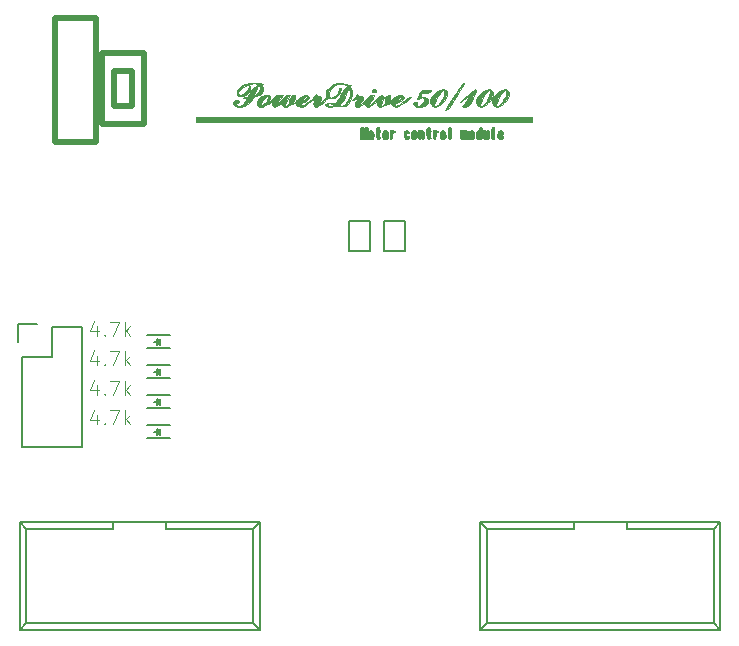
<source format=gbr>
G04 #@! TF.FileFunction,Legend,Top*
%FSLAX46Y46*%
G04 Gerber Fmt 4.6, Leading zero omitted, Abs format (unit mm)*
G04 Created by KiCad (PCBNEW 4.0.4-stable) date 12/22/16 13:47:29*
%MOMM*%
%LPD*%
G01*
G04 APERTURE LIST*
%ADD10C,0.100000*%
%ADD11C,0.150000*%
%ADD12C,0.500000*%
%ADD13C,0.010000*%
%ADD14C,0.101600*%
G04 APERTURE END LIST*
D10*
D11*
X23960000Y-60410000D02*
X22060000Y-60410000D01*
X23960000Y-61510000D02*
X22060000Y-61510000D01*
X23060000Y-60960000D02*
X22610000Y-60960000D01*
X23110000Y-61210000D02*
X23110000Y-60710000D01*
X23110000Y-60960000D02*
X22860000Y-61210000D01*
X22860000Y-61210000D02*
X22860000Y-60710000D01*
X22860000Y-60710000D02*
X23110000Y-60960000D01*
X23960000Y-62950000D02*
X22060000Y-62950000D01*
X23960000Y-64050000D02*
X22060000Y-64050000D01*
X23060000Y-63500000D02*
X22610000Y-63500000D01*
X23110000Y-63750000D02*
X23110000Y-63250000D01*
X23110000Y-63500000D02*
X22860000Y-63750000D01*
X22860000Y-63750000D02*
X22860000Y-63250000D01*
X22860000Y-63250000D02*
X23110000Y-63500000D01*
X23960000Y-65490000D02*
X22060000Y-65490000D01*
X23960000Y-66590000D02*
X22060000Y-66590000D01*
X23060000Y-66040000D02*
X22610000Y-66040000D01*
X23110000Y-66290000D02*
X23110000Y-65790000D01*
X23110000Y-66040000D02*
X22860000Y-66290000D01*
X22860000Y-66290000D02*
X22860000Y-65790000D01*
X22860000Y-65790000D02*
X23110000Y-66040000D01*
X23960000Y-68030000D02*
X22060000Y-68030000D01*
X23960000Y-69130000D02*
X22060000Y-69130000D01*
X23060000Y-68580000D02*
X22610000Y-68580000D01*
X23110000Y-68830000D02*
X23110000Y-68330000D01*
X23110000Y-68580000D02*
X22860000Y-68830000D01*
X22860000Y-68830000D02*
X22860000Y-68330000D01*
X22860000Y-68330000D02*
X23110000Y-68580000D01*
X70580000Y-85320000D02*
X50260000Y-85320000D01*
X70040000Y-84770000D02*
X50820000Y-84770000D01*
X70580000Y-76220000D02*
X50260000Y-76220000D01*
X70040000Y-76770000D02*
X62670000Y-76770000D01*
X58170000Y-76770000D02*
X50820000Y-76770000D01*
X62670000Y-76770000D02*
X62670000Y-76220000D01*
X58170000Y-76770000D02*
X58170000Y-76220000D01*
X70580000Y-85320000D02*
X70580000Y-76220000D01*
X70040000Y-84770000D02*
X70040000Y-76770000D01*
X50260000Y-85320000D02*
X50260000Y-76220000D01*
X50820000Y-84770000D02*
X50820000Y-76770000D01*
X70580000Y-85320000D02*
X70040000Y-84770000D01*
X50260000Y-85320000D02*
X50820000Y-84770000D01*
X70580000Y-76220000D02*
X70040000Y-76770000D01*
X50260000Y-76220000D02*
X50820000Y-76770000D01*
X11430000Y-62230000D02*
X11430000Y-69850000D01*
X11430000Y-69850000D02*
X16510000Y-69850000D01*
X16510000Y-69850000D02*
X16510000Y-59690000D01*
X16510000Y-59690000D02*
X13970000Y-59690000D01*
X12700000Y-59410000D02*
X11150000Y-59410000D01*
X13970000Y-59690000D02*
X13970000Y-62230000D01*
X13970000Y-62230000D02*
X11430000Y-62230000D01*
X11150000Y-59410000D02*
X11150000Y-60960000D01*
D12*
X17700000Y-33500000D02*
X14200000Y-33500000D01*
X17700000Y-44000000D02*
X17700000Y-33500000D01*
X14200000Y-44000000D02*
X14200000Y-33500000D01*
X14200000Y-44000000D02*
X17700000Y-44000000D01*
D11*
X43889000Y-53270000D02*
X43889000Y-50730000D01*
X42111000Y-50730000D02*
X42111000Y-53270000D01*
X42111000Y-50730000D02*
X43889000Y-50730000D01*
X43889000Y-53270000D02*
X42111000Y-53270000D01*
X40889000Y-53270000D02*
X40889000Y-50730000D01*
X39111000Y-50730000D02*
X39111000Y-53270000D01*
X39111000Y-50730000D02*
X40889000Y-50730000D01*
X40889000Y-53270000D02*
X39111000Y-53270000D01*
X31580000Y-85320000D02*
X11260000Y-85320000D01*
X31040000Y-84770000D02*
X11820000Y-84770000D01*
X31580000Y-76220000D02*
X11260000Y-76220000D01*
X31040000Y-76770000D02*
X23670000Y-76770000D01*
X19170000Y-76770000D02*
X11820000Y-76770000D01*
X23670000Y-76770000D02*
X23670000Y-76220000D01*
X19170000Y-76770000D02*
X19170000Y-76220000D01*
X31580000Y-85320000D02*
X31580000Y-76220000D01*
X31040000Y-84770000D02*
X31040000Y-76770000D01*
X11260000Y-85320000D02*
X11260000Y-76220000D01*
X11820000Y-84770000D02*
X11820000Y-76770000D01*
X31580000Y-85320000D02*
X31040000Y-84770000D01*
X11260000Y-85320000D02*
X11820000Y-84770000D01*
X31580000Y-76220000D02*
X31040000Y-76770000D01*
X11260000Y-76220000D02*
X11820000Y-76770000D01*
D12*
X19200000Y-41000000D02*
X20800000Y-41000000D01*
X20800000Y-41000000D02*
X20800000Y-38000000D01*
X20800000Y-38000000D02*
X19200000Y-38000000D01*
X19200000Y-38000000D02*
X19200000Y-41000000D01*
X18200000Y-42500000D02*
X21800000Y-42500000D01*
X21800000Y-42500000D02*
X21800000Y-36500000D01*
X21800000Y-36500000D02*
X18200000Y-36500000D01*
X18200000Y-36500000D02*
X18200000Y-42500000D01*
D13*
G36*
X40668837Y-42787757D02*
X40710956Y-42837488D01*
X40719200Y-42957587D01*
X40724615Y-43073873D01*
X40752550Y-43108910D01*
X40820538Y-43082927D01*
X40825531Y-43080267D01*
X40985403Y-43038836D01*
X41115162Y-43089105D01*
X41195993Y-43222134D01*
X41205165Y-43260675D01*
X41217603Y-43447028D01*
X41191005Y-43616858D01*
X41132337Y-43734446D01*
X41108872Y-43754613D01*
X40999046Y-43789982D01*
X40889565Y-43781054D01*
X40855690Y-43761156D01*
X40792394Y-43746603D01*
X40655287Y-43738282D01*
X40472048Y-43737709D01*
X40440823Y-43738424D01*
X40058800Y-43748536D01*
X40058800Y-43413000D01*
X40936929Y-43413000D01*
X40940157Y-43533473D01*
X40949212Y-43577509D01*
X40958159Y-43553398D01*
X40967307Y-43414032D01*
X40958853Y-43299398D01*
X40947214Y-43264145D01*
X40939214Y-43319051D01*
X40936929Y-43413000D01*
X40058800Y-43413000D01*
X40058800Y-43263268D01*
X40059669Y-43038957D01*
X40065589Y-42897267D01*
X40081527Y-42819220D01*
X40112449Y-42785837D01*
X40163322Y-42778138D01*
X40185800Y-42778000D01*
X40282689Y-42799195D01*
X40312361Y-42881576D01*
X40312800Y-42902001D01*
X40331530Y-43009565D01*
X40363600Y-43057400D01*
X40399577Y-43037549D01*
X40414375Y-42938714D01*
X40414400Y-42933398D01*
X40426380Y-42824053D01*
X40483411Y-42783163D01*
X40566800Y-42778000D01*
X40668837Y-42787757D01*
X40668837Y-42787757D01*
G37*
X40668837Y-42787757D02*
X40710956Y-42837488D01*
X40719200Y-42957587D01*
X40724615Y-43073873D01*
X40752550Y-43108910D01*
X40820538Y-43082927D01*
X40825531Y-43080267D01*
X40985403Y-43038836D01*
X41115162Y-43089105D01*
X41195993Y-43222134D01*
X41205165Y-43260675D01*
X41217603Y-43447028D01*
X41191005Y-43616858D01*
X41132337Y-43734446D01*
X41108872Y-43754613D01*
X40999046Y-43789982D01*
X40889565Y-43781054D01*
X40855690Y-43761156D01*
X40792394Y-43746603D01*
X40655287Y-43738282D01*
X40472048Y-43737709D01*
X40440823Y-43738424D01*
X40058800Y-43748536D01*
X40058800Y-43413000D01*
X40936929Y-43413000D01*
X40940157Y-43533473D01*
X40949212Y-43577509D01*
X40958159Y-43553398D01*
X40967307Y-43414032D01*
X40958853Y-43299398D01*
X40947214Y-43264145D01*
X40939214Y-43319051D01*
X40936929Y-43413000D01*
X40058800Y-43413000D01*
X40058800Y-43263268D01*
X40059669Y-43038957D01*
X40065589Y-42897267D01*
X40081527Y-42819220D01*
X40112449Y-42785837D01*
X40163322Y-42778138D01*
X40185800Y-42778000D01*
X40282689Y-42799195D01*
X40312361Y-42881576D01*
X40312800Y-42902001D01*
X40331530Y-43009565D01*
X40363600Y-43057400D01*
X40399577Y-43037549D01*
X40414375Y-42938714D01*
X40414400Y-42933398D01*
X40426380Y-42824053D01*
X40483411Y-42783163D01*
X40566800Y-42778000D01*
X40668837Y-42787757D01*
G36*
X42334362Y-43089105D02*
X42415193Y-43222134D01*
X42424365Y-43260675D01*
X42438700Y-43486101D01*
X42394753Y-43657108D01*
X42302114Y-43762138D01*
X42170374Y-43789638D01*
X42027300Y-43739130D01*
X41971282Y-43677140D01*
X41944033Y-43559226D01*
X41938429Y-43413000D01*
X42156129Y-43413000D01*
X42159357Y-43533473D01*
X42168412Y-43577509D01*
X42177359Y-43553398D01*
X42186507Y-43414032D01*
X42178053Y-43299398D01*
X42166414Y-43264145D01*
X42158414Y-43319051D01*
X42156129Y-43413000D01*
X41938429Y-43413000D01*
X41938400Y-43412263D01*
X41945513Y-43242928D01*
X41973217Y-43144785D01*
X42031058Y-43088028D01*
X42044731Y-43080267D01*
X42204603Y-43038836D01*
X42334362Y-43089105D01*
X42334362Y-43089105D01*
G37*
X42334362Y-43089105D02*
X42415193Y-43222134D01*
X42424365Y-43260675D01*
X42438700Y-43486101D01*
X42394753Y-43657108D01*
X42302114Y-43762138D01*
X42170374Y-43789638D01*
X42027300Y-43739130D01*
X41971282Y-43677140D01*
X41944033Y-43559226D01*
X41938429Y-43413000D01*
X42156129Y-43413000D01*
X42159357Y-43533473D01*
X42168412Y-43577509D01*
X42177359Y-43553398D01*
X42186507Y-43414032D01*
X42178053Y-43299398D01*
X42166414Y-43264145D01*
X42158414Y-43319051D01*
X42156129Y-43413000D01*
X41938429Y-43413000D01*
X41938400Y-43412263D01*
X41945513Y-43242928D01*
X41973217Y-43144785D01*
X42031058Y-43088028D01*
X42044731Y-43080267D01*
X42204603Y-43038836D01*
X42334362Y-43089105D01*
G36*
X44146856Y-43075781D02*
X44231262Y-43161658D01*
X44238973Y-43183844D01*
X44238620Y-43262159D01*
X44164318Y-43285738D01*
X44147677Y-43286000D01*
X44045316Y-43261763D01*
X44004043Y-43222500D01*
X43987721Y-43226559D01*
X43976537Y-43311060D01*
X43974410Y-43366101D01*
X43976369Y-43497032D01*
X44002971Y-43552178D01*
X44074993Y-43557279D01*
X44123455Y-43550739D01*
X44227038Y-43543546D01*
X44254354Y-43574830D01*
X44241460Y-43623038D01*
X44152406Y-43751065D01*
X44024240Y-43790998D01*
X43876382Y-43737783D01*
X43856100Y-43723284D01*
X43795827Y-43637894D01*
X43769582Y-43486895D01*
X43767200Y-43396487D01*
X43775445Y-43231492D01*
X43807071Y-43136529D01*
X43872409Y-43080870D01*
X43873531Y-43080267D01*
X44015073Y-43045097D01*
X44146856Y-43075781D01*
X44146856Y-43075781D01*
G37*
X44146856Y-43075781D02*
X44231262Y-43161658D01*
X44238973Y-43183844D01*
X44238620Y-43262159D01*
X44164318Y-43285738D01*
X44147677Y-43286000D01*
X44045316Y-43261763D01*
X44004043Y-43222500D01*
X43987721Y-43226559D01*
X43976537Y-43311060D01*
X43974410Y-43366101D01*
X43976369Y-43497032D01*
X44002971Y-43552178D01*
X44074993Y-43557279D01*
X44123455Y-43550739D01*
X44227038Y-43543546D01*
X44254354Y-43574830D01*
X44241460Y-43623038D01*
X44152406Y-43751065D01*
X44024240Y-43790998D01*
X43876382Y-43737783D01*
X43856100Y-43723284D01*
X43795827Y-43637894D01*
X43769582Y-43486895D01*
X43767200Y-43396487D01*
X43775445Y-43231492D01*
X43807071Y-43136529D01*
X43872409Y-43080870D01*
X43873531Y-43080267D01*
X44015073Y-43045097D01*
X44146856Y-43075781D01*
G36*
X44772762Y-43089105D02*
X44853593Y-43222134D01*
X44862765Y-43260675D01*
X44877100Y-43486101D01*
X44833153Y-43657108D01*
X44740514Y-43762138D01*
X44608774Y-43789638D01*
X44465700Y-43739130D01*
X44409682Y-43677140D01*
X44382433Y-43559226D01*
X44376829Y-43413000D01*
X44594529Y-43413000D01*
X44597757Y-43533473D01*
X44606812Y-43577509D01*
X44615759Y-43553398D01*
X44624907Y-43414032D01*
X44616453Y-43299398D01*
X44604814Y-43264145D01*
X44596814Y-43319051D01*
X44594529Y-43413000D01*
X44376829Y-43413000D01*
X44376800Y-43412263D01*
X44383913Y-43242928D01*
X44411617Y-43144785D01*
X44469458Y-43088028D01*
X44483131Y-43080267D01*
X44643003Y-43038836D01*
X44772762Y-43089105D01*
X44772762Y-43089105D01*
G37*
X44772762Y-43089105D02*
X44853593Y-43222134D01*
X44862765Y-43260675D01*
X44877100Y-43486101D01*
X44833153Y-43657108D01*
X44740514Y-43762138D01*
X44608774Y-43789638D01*
X44465700Y-43739130D01*
X44409682Y-43677140D01*
X44382433Y-43559226D01*
X44376829Y-43413000D01*
X44594529Y-43413000D01*
X44597757Y-43533473D01*
X44606812Y-43577509D01*
X44615759Y-43553398D01*
X44624907Y-43414032D01*
X44616453Y-43299398D01*
X44604814Y-43264145D01*
X44596814Y-43319051D01*
X44594529Y-43413000D01*
X44376829Y-43413000D01*
X44376800Y-43412263D01*
X44383913Y-43242928D01*
X44411617Y-43144785D01*
X44469458Y-43088028D01*
X44483131Y-43080267D01*
X44643003Y-43038836D01*
X44772762Y-43089105D01*
G36*
X47211162Y-43089105D02*
X47291993Y-43222134D01*
X47301165Y-43260675D01*
X47315500Y-43486101D01*
X47271553Y-43657108D01*
X47178914Y-43762138D01*
X47047174Y-43789638D01*
X46904100Y-43739130D01*
X46848082Y-43677140D01*
X46820833Y-43559226D01*
X46815229Y-43413000D01*
X47032929Y-43413000D01*
X47036157Y-43533473D01*
X47045212Y-43577509D01*
X47054159Y-43553398D01*
X47063307Y-43414032D01*
X47054853Y-43299398D01*
X47043214Y-43264145D01*
X47035214Y-43319051D01*
X47032929Y-43413000D01*
X46815229Y-43413000D01*
X46815200Y-43412263D01*
X46822313Y-43242928D01*
X46850017Y-43144785D01*
X46907858Y-43088028D01*
X46921531Y-43080267D01*
X47081403Y-43038836D01*
X47211162Y-43089105D01*
X47211162Y-43089105D01*
G37*
X47211162Y-43089105D02*
X47291993Y-43222134D01*
X47301165Y-43260675D01*
X47315500Y-43486101D01*
X47271553Y-43657108D01*
X47178914Y-43762138D01*
X47047174Y-43789638D01*
X46904100Y-43739130D01*
X46848082Y-43677140D01*
X46820833Y-43559226D01*
X46815229Y-43413000D01*
X47032929Y-43413000D01*
X47036157Y-43533473D01*
X47045212Y-43577509D01*
X47054159Y-43553398D01*
X47063307Y-43414032D01*
X47054853Y-43299398D01*
X47043214Y-43264145D01*
X47035214Y-43319051D01*
X47032929Y-43413000D01*
X46815229Y-43413000D01*
X46815200Y-43412263D01*
X46822313Y-43242928D01*
X46850017Y-43144785D01*
X46907858Y-43088028D01*
X46921531Y-43080267D01*
X47081403Y-43038836D01*
X47211162Y-43089105D01*
G36*
X48859900Y-43038227D02*
X49030751Y-43049125D01*
X49157935Y-43070766D01*
X49209039Y-43094522D01*
X49276208Y-43113308D01*
X49353471Y-43083725D01*
X49515953Y-43039544D01*
X49646783Y-43086506D01*
X49728824Y-43216757D01*
X49739565Y-43260675D01*
X49752003Y-43447028D01*
X49725405Y-43616858D01*
X49666737Y-43734446D01*
X49643272Y-43754613D01*
X49532151Y-43790167D01*
X49421974Y-43779937D01*
X49388848Y-43759915D01*
X49322831Y-43742859D01*
X49189468Y-43735379D01*
X49078192Y-43737020D01*
X48801619Y-43748209D01*
X48783215Y-43453604D01*
X48780679Y-43413000D01*
X49471329Y-43413000D01*
X49474557Y-43533473D01*
X49483612Y-43577509D01*
X49492559Y-43553398D01*
X49501707Y-43414032D01*
X49493253Y-43299398D01*
X49481614Y-43264145D01*
X49473614Y-43319051D01*
X49471329Y-43413000D01*
X48780679Y-43413000D01*
X48764810Y-43159000D01*
X48755205Y-43451100D01*
X48745369Y-43617448D01*
X48723922Y-43705722D01*
X48681920Y-43739413D01*
X48644000Y-43743200D01*
X48590620Y-43733612D01*
X48560033Y-43690371D01*
X48546036Y-43591760D01*
X48542429Y-43416061D01*
X48542400Y-43387350D01*
X48542400Y-43031500D01*
X48859900Y-43038227D01*
X48859900Y-43038227D01*
G37*
X48859900Y-43038227D02*
X49030751Y-43049125D01*
X49157935Y-43070766D01*
X49209039Y-43094522D01*
X49276208Y-43113308D01*
X49353471Y-43083725D01*
X49515953Y-43039544D01*
X49646783Y-43086506D01*
X49728824Y-43216757D01*
X49739565Y-43260675D01*
X49752003Y-43447028D01*
X49725405Y-43616858D01*
X49666737Y-43734446D01*
X49643272Y-43754613D01*
X49532151Y-43790167D01*
X49421974Y-43779937D01*
X49388848Y-43759915D01*
X49322831Y-43742859D01*
X49189468Y-43735379D01*
X49078192Y-43737020D01*
X48801619Y-43748209D01*
X48783215Y-43453604D01*
X48780679Y-43413000D01*
X49471329Y-43413000D01*
X49474557Y-43533473D01*
X49483612Y-43577509D01*
X49492559Y-43553398D01*
X49501707Y-43414032D01*
X49493253Y-43299398D01*
X49481614Y-43264145D01*
X49473614Y-43319051D01*
X49471329Y-43413000D01*
X48780679Y-43413000D01*
X48764810Y-43159000D01*
X48755205Y-43451100D01*
X48745369Y-43617448D01*
X48723922Y-43705722D01*
X48681920Y-43739413D01*
X48644000Y-43743200D01*
X48590620Y-43733612D01*
X48560033Y-43690371D01*
X48546036Y-43591760D01*
X48542429Y-43416061D01*
X48542400Y-43387350D01*
X48542400Y-43031500D01*
X48859900Y-43038227D01*
G36*
X50303034Y-42781351D02*
X50340140Y-42804092D01*
X50360525Y-42865255D01*
X50369198Y-42983870D01*
X50371167Y-43178967D01*
X50371200Y-43260600D01*
X50367004Y-43503666D01*
X50353412Y-43656907D01*
X50328918Y-43731789D01*
X50307700Y-43743893D01*
X50206734Y-43755914D01*
X50142600Y-43769126D01*
X50014471Y-43764853D01*
X49952100Y-43740508D01*
X49896262Y-43677746D01*
X49868971Y-43559378D01*
X49863340Y-43413000D01*
X50080929Y-43413000D01*
X50084157Y-43533473D01*
X50093212Y-43577509D01*
X50102159Y-43553398D01*
X50111307Y-43414032D01*
X50102853Y-43299398D01*
X50091214Y-43264145D01*
X50083214Y-43319051D01*
X50080929Y-43413000D01*
X49863340Y-43413000D01*
X49863200Y-43409386D01*
X49868527Y-43244618D01*
X49892253Y-43150515D01*
X49945989Y-43096368D01*
X49990200Y-43073556D01*
X50096361Y-42981610D01*
X50117200Y-42896845D01*
X50140303Y-42805772D01*
X50228011Y-42778257D01*
X50244200Y-42778000D01*
X50303034Y-42781351D01*
X50303034Y-42781351D01*
G37*
X50303034Y-42781351D02*
X50340140Y-42804092D01*
X50360525Y-42865255D01*
X50369198Y-42983870D01*
X50371167Y-43178967D01*
X50371200Y-43260600D01*
X50367004Y-43503666D01*
X50353412Y-43656907D01*
X50328918Y-43731789D01*
X50307700Y-43743893D01*
X50206734Y-43755914D01*
X50142600Y-43769126D01*
X50014471Y-43764853D01*
X49952100Y-43740508D01*
X49896262Y-43677746D01*
X49868971Y-43559378D01*
X49863340Y-43413000D01*
X50080929Y-43413000D01*
X50084157Y-43533473D01*
X50093212Y-43577509D01*
X50102159Y-43553398D01*
X50111307Y-43414032D01*
X50102853Y-43299398D01*
X50091214Y-43264145D01*
X50083214Y-43319051D01*
X50080929Y-43413000D01*
X49863340Y-43413000D01*
X49863200Y-43409386D01*
X49868527Y-43244618D01*
X49892253Y-43150515D01*
X49945989Y-43096368D01*
X49990200Y-43073556D01*
X50096361Y-42981610D01*
X50117200Y-42896845D01*
X50140303Y-42805772D01*
X50228011Y-42778257D01*
X50244200Y-42778000D01*
X50303034Y-42781351D01*
G36*
X50920150Y-43037229D02*
X50958124Y-43067675D01*
X50975628Y-43145479D01*
X50980568Y-43292778D01*
X50980800Y-43387600D01*
X50977371Y-43576396D01*
X50963593Y-43684705D01*
X50934233Y-43733508D01*
X50891900Y-43743893D01*
X50764769Y-43755351D01*
X50701400Y-43766470D01*
X50586596Y-43772514D01*
X50536300Y-43761543D01*
X50496573Y-43691109D01*
X50475930Y-43522341D01*
X50472800Y-43383366D01*
X50475716Y-43197590D01*
X50488557Y-43091602D01*
X50517459Y-43043658D01*
X50568559Y-43032019D01*
X50571975Y-43032000D01*
X50627567Y-43045052D01*
X50660750Y-43099144D01*
X50679794Y-43216674D01*
X50689187Y-43349500D01*
X50707223Y-43667000D01*
X50717011Y-43349500D01*
X50724997Y-43176155D01*
X50742087Y-43081040D01*
X50778345Y-43040791D01*
X50843839Y-43032042D01*
X50853800Y-43032000D01*
X50920150Y-43037229D01*
X50920150Y-43037229D01*
G37*
X50920150Y-43037229D02*
X50958124Y-43067675D01*
X50975628Y-43145479D01*
X50980568Y-43292778D01*
X50980800Y-43387600D01*
X50977371Y-43576396D01*
X50963593Y-43684705D01*
X50934233Y-43733508D01*
X50891900Y-43743893D01*
X50764769Y-43755351D01*
X50701400Y-43766470D01*
X50586596Y-43772514D01*
X50536300Y-43761543D01*
X50496573Y-43691109D01*
X50475930Y-43522341D01*
X50472800Y-43383366D01*
X50475716Y-43197590D01*
X50488557Y-43091602D01*
X50517459Y-43043658D01*
X50568559Y-43032019D01*
X50571975Y-43032000D01*
X50627567Y-43045052D01*
X50660750Y-43099144D01*
X50679794Y-43216674D01*
X50689187Y-43349500D01*
X50707223Y-43667000D01*
X50717011Y-43349500D01*
X50724997Y-43176155D01*
X50742087Y-43081040D01*
X50778345Y-43040791D01*
X50843839Y-43032042D01*
X50853800Y-43032000D01*
X50920150Y-43037229D01*
G36*
X52059236Y-43077438D02*
X52103717Y-43127551D01*
X52190266Y-43270962D01*
X52192738Y-43375595D01*
X52112904Y-43431637D01*
X52047600Y-43438400D01*
X51934860Y-43455482D01*
X51899180Y-43514698D01*
X51899210Y-43527300D01*
X51912220Y-43575439D01*
X51928843Y-43552700D01*
X51993666Y-43504095D01*
X52080656Y-43489200D01*
X52170143Y-43502894D01*
X52182145Y-43562938D01*
X52171176Y-43603500D01*
X52087299Y-43741991D01*
X51960891Y-43793873D01*
X51811519Y-43752952D01*
X51774867Y-43728957D01*
X51721397Y-43664394D01*
X51699284Y-43555736D01*
X51701658Y-43387041D01*
X51710496Y-43286000D01*
X51895200Y-43286000D01*
X51913786Y-43327814D01*
X51929066Y-43319866D01*
X51935146Y-43259578D01*
X51929066Y-43252133D01*
X51898866Y-43259106D01*
X51895200Y-43286000D01*
X51710496Y-43286000D01*
X51715881Y-43224443D01*
X51744716Y-43133308D01*
X51802948Y-43083497D01*
X51862417Y-43059407D01*
X51977610Y-43035114D01*
X52059236Y-43077438D01*
X52059236Y-43077438D01*
G37*
X52059236Y-43077438D02*
X52103717Y-43127551D01*
X52190266Y-43270962D01*
X52192738Y-43375595D01*
X52112904Y-43431637D01*
X52047600Y-43438400D01*
X51934860Y-43455482D01*
X51899180Y-43514698D01*
X51899210Y-43527300D01*
X51912220Y-43575439D01*
X51928843Y-43552700D01*
X51993666Y-43504095D01*
X52080656Y-43489200D01*
X52170143Y-43502894D01*
X52182145Y-43562938D01*
X52171176Y-43603500D01*
X52087299Y-43741991D01*
X51960891Y-43793873D01*
X51811519Y-43752952D01*
X51774867Y-43728957D01*
X51721397Y-43664394D01*
X51699284Y-43555736D01*
X51701658Y-43387041D01*
X51710496Y-43286000D01*
X51895200Y-43286000D01*
X51913786Y-43327814D01*
X51929066Y-43319866D01*
X51935146Y-43259578D01*
X51929066Y-43252133D01*
X51898866Y-43259106D01*
X51895200Y-43286000D01*
X51710496Y-43286000D01*
X51715881Y-43224443D01*
X51744716Y-43133308D01*
X51802948Y-43083497D01*
X51862417Y-43059407D01*
X51977610Y-43035114D01*
X52059236Y-43077438D01*
G36*
X41654073Y-42798981D02*
X41683863Y-42881595D01*
X41684400Y-42905000D01*
X41701789Y-43000468D01*
X41735200Y-43032000D01*
X41780268Y-43073145D01*
X41786000Y-43108200D01*
X41758569Y-43175803D01*
X41735200Y-43184400D01*
X41704904Y-43229804D01*
X41686730Y-43344682D01*
X41684400Y-43413000D01*
X41694489Y-43549331D01*
X41720018Y-43631110D01*
X41735200Y-43641600D01*
X41784523Y-43680257D01*
X41786000Y-43692400D01*
X41743449Y-43726232D01*
X41646108Y-43741793D01*
X41539438Y-43737288D01*
X41468904Y-43710920D01*
X41464330Y-43705100D01*
X41450013Y-43635607D01*
X41436842Y-43495703D01*
X41426467Y-43316577D01*
X41420543Y-43129416D01*
X41420720Y-42965408D01*
X41422615Y-42917700D01*
X41446821Y-42813966D01*
X41522201Y-42779378D01*
X41557400Y-42778000D01*
X41654073Y-42798981D01*
X41654073Y-42798981D01*
G37*
X41654073Y-42798981D02*
X41683863Y-42881595D01*
X41684400Y-42905000D01*
X41701789Y-43000468D01*
X41735200Y-43032000D01*
X41780268Y-43073145D01*
X41786000Y-43108200D01*
X41758569Y-43175803D01*
X41735200Y-43184400D01*
X41704904Y-43229804D01*
X41686730Y-43344682D01*
X41684400Y-43413000D01*
X41694489Y-43549331D01*
X41720018Y-43631110D01*
X41735200Y-43641600D01*
X41784523Y-43680257D01*
X41786000Y-43692400D01*
X41743449Y-43726232D01*
X41646108Y-43741793D01*
X41539438Y-43737288D01*
X41468904Y-43710920D01*
X41464330Y-43705100D01*
X41450013Y-43635607D01*
X41436842Y-43495703D01*
X41426467Y-43316577D01*
X41420543Y-43129416D01*
X41420720Y-42965408D01*
X41422615Y-42917700D01*
X41446821Y-42813966D01*
X41522201Y-42779378D01*
X41557400Y-42778000D01*
X41654073Y-42798981D01*
G36*
X42802000Y-43041172D02*
X42939504Y-43061937D01*
X43005259Y-43108762D01*
X42989527Y-43165485D01*
X42903600Y-43209800D01*
X42840763Y-43248360D01*
X42810264Y-43330484D01*
X42802010Y-43484266D01*
X42802000Y-43492623D01*
X42796500Y-43643717D01*
X42773220Y-43718582D01*
X42721988Y-43742304D01*
X42700400Y-43743200D01*
X42646815Y-43733524D01*
X42616215Y-43689958D01*
X42602312Y-43590688D01*
X42598819Y-43413902D01*
X42598800Y-43390784D01*
X42598800Y-43038368D01*
X42802000Y-43041172D01*
X42802000Y-43041172D01*
G37*
X42802000Y-43041172D02*
X42939504Y-43061937D01*
X43005259Y-43108762D01*
X42989527Y-43165485D01*
X42903600Y-43209800D01*
X42840763Y-43248360D01*
X42810264Y-43330484D01*
X42802010Y-43484266D01*
X42802000Y-43492623D01*
X42796500Y-43643717D01*
X42773220Y-43718582D01*
X42721988Y-43742304D01*
X42700400Y-43743200D01*
X42646815Y-43733524D01*
X42616215Y-43689958D01*
X42602312Y-43590688D01*
X42598819Y-43413902D01*
X42598800Y-43390784D01*
X42598800Y-43038368D01*
X42802000Y-43041172D01*
G36*
X45336873Y-43047911D02*
X45432668Y-43107776D01*
X45480577Y-43229784D01*
X45494357Y-43432129D01*
X45494400Y-43448559D01*
X45491404Y-43614024D01*
X45475596Y-43702138D01*
X45436746Y-43737121D01*
X45369935Y-43743200D01*
X45299177Y-43734909D01*
X45259329Y-43693902D01*
X45238559Y-43595973D01*
X45227140Y-43451100D01*
X45208810Y-43159000D01*
X45199205Y-43451100D01*
X45189369Y-43617448D01*
X45167922Y-43705722D01*
X45125920Y-43739413D01*
X45088000Y-43743200D01*
X45034606Y-43733606D01*
X45004017Y-43690342D01*
X44990027Y-43591683D01*
X44986428Y-43415905D01*
X44986400Y-43387600D01*
X44986400Y-43032000D01*
X45179440Y-43032000D01*
X45336873Y-43047911D01*
X45336873Y-43047911D01*
G37*
X45336873Y-43047911D02*
X45432668Y-43107776D01*
X45480577Y-43229784D01*
X45494357Y-43432129D01*
X45494400Y-43448559D01*
X45491404Y-43614024D01*
X45475596Y-43702138D01*
X45436746Y-43737121D01*
X45369935Y-43743200D01*
X45299177Y-43734909D01*
X45259329Y-43693902D01*
X45238559Y-43595973D01*
X45227140Y-43451100D01*
X45208810Y-43159000D01*
X45199205Y-43451100D01*
X45189369Y-43617448D01*
X45167922Y-43705722D01*
X45125920Y-43739413D01*
X45088000Y-43743200D01*
X45034606Y-43733606D01*
X45004017Y-43690342D01*
X44990027Y-43591683D01*
X44986428Y-43415905D01*
X44986400Y-43387600D01*
X44986400Y-43032000D01*
X45179440Y-43032000D01*
X45336873Y-43047911D01*
G36*
X45921273Y-42798981D02*
X45951063Y-42881595D01*
X45951600Y-42905000D01*
X45968989Y-43000468D01*
X46002400Y-43032000D01*
X46047468Y-43073145D01*
X46053200Y-43108200D01*
X46025769Y-43175803D01*
X46002400Y-43184400D01*
X45972104Y-43229804D01*
X45953930Y-43344682D01*
X45951600Y-43413000D01*
X45961689Y-43549331D01*
X45987218Y-43631110D01*
X46002400Y-43641600D01*
X46051723Y-43680257D01*
X46053200Y-43692400D01*
X46010649Y-43726232D01*
X45913308Y-43741793D01*
X45806638Y-43737288D01*
X45736104Y-43710920D01*
X45731530Y-43705100D01*
X45717213Y-43635607D01*
X45704042Y-43495703D01*
X45693667Y-43316577D01*
X45687743Y-43129416D01*
X45687920Y-42965408D01*
X45689815Y-42917700D01*
X45714021Y-42813966D01*
X45789401Y-42779378D01*
X45824600Y-42778000D01*
X45921273Y-42798981D01*
X45921273Y-42798981D01*
G37*
X45921273Y-42798981D02*
X45951063Y-42881595D01*
X45951600Y-42905000D01*
X45968989Y-43000468D01*
X46002400Y-43032000D01*
X46047468Y-43073145D01*
X46053200Y-43108200D01*
X46025769Y-43175803D01*
X46002400Y-43184400D01*
X45972104Y-43229804D01*
X45953930Y-43344682D01*
X45951600Y-43413000D01*
X45961689Y-43549331D01*
X45987218Y-43631110D01*
X46002400Y-43641600D01*
X46051723Y-43680257D01*
X46053200Y-43692400D01*
X46010649Y-43726232D01*
X45913308Y-43741793D01*
X45806638Y-43737288D01*
X45736104Y-43710920D01*
X45731530Y-43705100D01*
X45717213Y-43635607D01*
X45704042Y-43495703D01*
X45693667Y-43316577D01*
X45687743Y-43129416D01*
X45687920Y-42965408D01*
X45689815Y-42917700D01*
X45714021Y-42813966D01*
X45789401Y-42779378D01*
X45824600Y-42778000D01*
X45921273Y-42798981D01*
G36*
X46459600Y-43041172D02*
X46597104Y-43061937D01*
X46662859Y-43108762D01*
X46647127Y-43165485D01*
X46561200Y-43209800D01*
X46498363Y-43248360D01*
X46467864Y-43330484D01*
X46459610Y-43484266D01*
X46459600Y-43492623D01*
X46454100Y-43643717D01*
X46430820Y-43718582D01*
X46379588Y-43742304D01*
X46358000Y-43743200D01*
X46304415Y-43733524D01*
X46273815Y-43689958D01*
X46259912Y-43590688D01*
X46256419Y-43413902D01*
X46256400Y-43390784D01*
X46256400Y-43038368D01*
X46459600Y-43041172D01*
X46459600Y-43041172D01*
G37*
X46459600Y-43041172D02*
X46597104Y-43061937D01*
X46662859Y-43108762D01*
X46647127Y-43165485D01*
X46561200Y-43209800D01*
X46498363Y-43248360D01*
X46467864Y-43330484D01*
X46459610Y-43484266D01*
X46459600Y-43492623D01*
X46454100Y-43643717D01*
X46430820Y-43718582D01*
X46379588Y-43742304D01*
X46358000Y-43743200D01*
X46304415Y-43733524D01*
X46273815Y-43689958D01*
X46259912Y-43590688D01*
X46256419Y-43413902D01*
X46256400Y-43390784D01*
X46256400Y-43038368D01*
X46459600Y-43041172D01*
G36*
X47712234Y-42781351D02*
X47749340Y-42804092D01*
X47769725Y-42865255D01*
X47778398Y-42983870D01*
X47780367Y-43178967D01*
X47780400Y-43260600D01*
X47779518Y-43484171D01*
X47773533Y-43625173D01*
X47757438Y-43702638D01*
X47726223Y-43735595D01*
X47674882Y-43743077D01*
X47653400Y-43743200D01*
X47594565Y-43739848D01*
X47557459Y-43717107D01*
X47537074Y-43655944D01*
X47528401Y-43537329D01*
X47526432Y-43342232D01*
X47526400Y-43260600D01*
X47527281Y-43037028D01*
X47533266Y-42896026D01*
X47549361Y-42818561D01*
X47580576Y-42785604D01*
X47631917Y-42778122D01*
X47653400Y-42778000D01*
X47712234Y-42781351D01*
X47712234Y-42781351D01*
G37*
X47712234Y-42781351D02*
X47749340Y-42804092D01*
X47769725Y-42865255D01*
X47778398Y-42983870D01*
X47780367Y-43178967D01*
X47780400Y-43260600D01*
X47779518Y-43484171D01*
X47773533Y-43625173D01*
X47757438Y-43702638D01*
X47726223Y-43735595D01*
X47674882Y-43743077D01*
X47653400Y-43743200D01*
X47594565Y-43739848D01*
X47557459Y-43717107D01*
X47537074Y-43655944D01*
X47528401Y-43537329D01*
X47526432Y-43342232D01*
X47526400Y-43260600D01*
X47527281Y-43037028D01*
X47533266Y-42896026D01*
X47549361Y-42818561D01*
X47580576Y-42785604D01*
X47631917Y-42778122D01*
X47653400Y-42778000D01*
X47712234Y-42781351D01*
G36*
X51369834Y-42781351D02*
X51406940Y-42804092D01*
X51427325Y-42865255D01*
X51435998Y-42983870D01*
X51437967Y-43178967D01*
X51438000Y-43260600D01*
X51437118Y-43484171D01*
X51431133Y-43625173D01*
X51415038Y-43702638D01*
X51383823Y-43735595D01*
X51332482Y-43743077D01*
X51311000Y-43743200D01*
X51252165Y-43739848D01*
X51215059Y-43717107D01*
X51194674Y-43655944D01*
X51186001Y-43537329D01*
X51184032Y-43342232D01*
X51184000Y-43260600D01*
X51184881Y-43037028D01*
X51190866Y-42896026D01*
X51206961Y-42818561D01*
X51238176Y-42785604D01*
X51289517Y-42778122D01*
X51311000Y-42778000D01*
X51369834Y-42781351D01*
X51369834Y-42781351D01*
G37*
X51369834Y-42781351D02*
X51406940Y-42804092D01*
X51427325Y-42865255D01*
X51435998Y-42983870D01*
X51437967Y-43178967D01*
X51438000Y-43260600D01*
X51437118Y-43484171D01*
X51431133Y-43625173D01*
X51415038Y-43702638D01*
X51383823Y-43735595D01*
X51332482Y-43743077D01*
X51311000Y-43743200D01*
X51252165Y-43739848D01*
X51215059Y-43717107D01*
X51194674Y-43655944D01*
X51186001Y-43537329D01*
X51184032Y-43342232D01*
X51184000Y-43260600D01*
X51184881Y-43037028D01*
X51190866Y-42896026D01*
X51206961Y-42818561D01*
X51238176Y-42785604D01*
X51289517Y-42778122D01*
X51311000Y-42778000D01*
X51369834Y-42781351D01*
G36*
X54587600Y-42320800D02*
X26139600Y-42320800D01*
X26139600Y-41914400D01*
X54587600Y-41914400D01*
X54587600Y-42320800D01*
X54587600Y-42320800D01*
G37*
X54587600Y-42320800D02*
X26139600Y-42320800D01*
X26139600Y-41914400D01*
X54587600Y-41914400D01*
X54587600Y-42320800D01*
G36*
X48866611Y-39036766D02*
X48852022Y-39095651D01*
X48800833Y-39202930D01*
X48708871Y-39366080D01*
X48571966Y-39592577D01*
X48385945Y-39889898D01*
X48197066Y-40186738D01*
X47943697Y-40578762D01*
X47738613Y-40886599D01*
X47579146Y-41113960D01*
X47462633Y-41264560D01*
X47386407Y-41342112D01*
X47358301Y-41355138D01*
X47295317Y-41332236D01*
X47303461Y-41292100D01*
X47339984Y-41233482D01*
X47423553Y-41101448D01*
X47546435Y-40908149D01*
X47700896Y-40665736D01*
X47879203Y-40386360D01*
X48047065Y-40123700D01*
X48286945Y-39752482D01*
X48479543Y-39463508D01*
X48628835Y-39251298D01*
X48738799Y-39110372D01*
X48813408Y-39035252D01*
X48848772Y-39018799D01*
X48866611Y-39036766D01*
X48866611Y-39036766D01*
G37*
X48866611Y-39036766D02*
X48852022Y-39095651D01*
X48800833Y-39202930D01*
X48708871Y-39366080D01*
X48571966Y-39592577D01*
X48385945Y-39889898D01*
X48197066Y-40186738D01*
X47943697Y-40578762D01*
X47738613Y-40886599D01*
X47579146Y-41113960D01*
X47462633Y-41264560D01*
X47386407Y-41342112D01*
X47358301Y-41355138D01*
X47295317Y-41332236D01*
X47303461Y-41292100D01*
X47339984Y-41233482D01*
X47423553Y-41101448D01*
X47546435Y-40908149D01*
X47700896Y-40665736D01*
X47879203Y-40386360D01*
X48047065Y-40123700D01*
X48286945Y-39752482D01*
X48479543Y-39463508D01*
X48628835Y-39251298D01*
X48738799Y-39110372D01*
X48813408Y-39035252D01*
X48848772Y-39018799D01*
X48866611Y-39036766D01*
G36*
X31311418Y-39058179D02*
X31562784Y-39064707D01*
X31737207Y-39074646D01*
X31826798Y-39087524D01*
X31823667Y-39102868D01*
X31816500Y-39104901D01*
X31740546Y-39142886D01*
X31743503Y-39210778D01*
X31802184Y-39301190D01*
X31867301Y-39461172D01*
X31867242Y-39649941D01*
X31802171Y-39818483D01*
X31800443Y-39820976D01*
X31676145Y-39938799D01*
X31487456Y-40050565D01*
X31270641Y-40136418D01*
X31182022Y-40159522D01*
X31039737Y-40223151D01*
X30940459Y-40357560D01*
X30934300Y-40370257D01*
X30817888Y-40544378D01*
X30644361Y-40723526D01*
X30446476Y-40879266D01*
X30256991Y-40983166D01*
X30209831Y-40999114D01*
X30022738Y-41033182D01*
X29813689Y-41045282D01*
X29628323Y-41034344D01*
X29543200Y-41014760D01*
X29388694Y-40920171D01*
X29305826Y-40790416D01*
X29302486Y-40649469D01*
X29382100Y-40525273D01*
X29497206Y-40461138D01*
X29623890Y-40446195D01*
X29737734Y-40471943D01*
X29814322Y-40529880D01*
X29829235Y-40611505D01*
X29797200Y-40669800D01*
X29698562Y-40734932D01*
X29641577Y-40746000D01*
X29540573Y-40771610D01*
X29528216Y-40839466D01*
X29593166Y-40923045D01*
X29732093Y-40987162D01*
X29898278Y-40968657D01*
X30075480Y-40876723D01*
X30247457Y-40720555D01*
X30397967Y-40509346D01*
X30430258Y-40449179D01*
X30487531Y-40317235D01*
X30481253Y-40258823D01*
X30404842Y-40263348D01*
X30330600Y-40288799D01*
X30222683Y-40319360D01*
X30164109Y-40317042D01*
X30185606Y-40285277D01*
X30268953Y-40243142D01*
X30377594Y-40205540D01*
X30474972Y-40187374D01*
X30482628Y-40187200D01*
X30541665Y-40146596D01*
X30612625Y-40062080D01*
X31067200Y-40062080D01*
X31100202Y-40091398D01*
X31181191Y-40064102D01*
X31283140Y-39992098D01*
X31330888Y-39945900D01*
X31487077Y-39745739D01*
X31562836Y-39557333D01*
X31575200Y-39431537D01*
X31556985Y-39294587D01*
X31505107Y-39253057D01*
X31423714Y-39308344D01*
X31378513Y-39365253D01*
X31317444Y-39468673D01*
X31241862Y-39619903D01*
X31165950Y-39787199D01*
X31103889Y-39938815D01*
X31069862Y-40043005D01*
X31067200Y-40062080D01*
X30612625Y-40062080D01*
X30631265Y-40039880D01*
X30732544Y-39889695D01*
X30737445Y-39881666D01*
X30877412Y-39682443D01*
X31047609Y-39482950D01*
X31172316Y-39361417D01*
X31303664Y-39242922D01*
X31363785Y-39170573D01*
X31362462Y-39129195D01*
X31333292Y-39111722D01*
X31113328Y-39071138D01*
X30848082Y-39092108D01*
X30564702Y-39164937D01*
X30290331Y-39279925D01*
X30052117Y-39427377D01*
X29877205Y-39597594D01*
X29846348Y-39642899D01*
X29770058Y-39784350D01*
X29752942Y-39882507D01*
X29791794Y-39974270D01*
X29814695Y-40007181D01*
X29910540Y-40075034D01*
X30007884Y-40069235D01*
X30151526Y-39995643D01*
X30308317Y-39858943D01*
X30450477Y-39689015D01*
X30550224Y-39515743D01*
X30567951Y-39466823D01*
X30624743Y-39339856D01*
X30688421Y-39278823D01*
X30740405Y-39291351D01*
X30762116Y-39385071D01*
X30762116Y-39387100D01*
X30719832Y-39670294D01*
X30601694Y-39903052D01*
X30418516Y-40072275D01*
X30181112Y-40164868D01*
X30111782Y-40174780D01*
X29877949Y-40169066D01*
X29717879Y-40107505D01*
X29629366Y-40001719D01*
X29610209Y-39863327D01*
X29658204Y-39703952D01*
X29771147Y-39535212D01*
X29946834Y-39368730D01*
X30183063Y-39216125D01*
X30304818Y-39156725D01*
X30464302Y-39100437D01*
X30649463Y-39068487D01*
X30892509Y-39056123D01*
X30991000Y-39055533D01*
X31311418Y-39058179D01*
X31311418Y-39058179D01*
G37*
X31311418Y-39058179D02*
X31562784Y-39064707D01*
X31737207Y-39074646D01*
X31826798Y-39087524D01*
X31823667Y-39102868D01*
X31816500Y-39104901D01*
X31740546Y-39142886D01*
X31743503Y-39210778D01*
X31802184Y-39301190D01*
X31867301Y-39461172D01*
X31867242Y-39649941D01*
X31802171Y-39818483D01*
X31800443Y-39820976D01*
X31676145Y-39938799D01*
X31487456Y-40050565D01*
X31270641Y-40136418D01*
X31182022Y-40159522D01*
X31039737Y-40223151D01*
X30940459Y-40357560D01*
X30934300Y-40370257D01*
X30817888Y-40544378D01*
X30644361Y-40723526D01*
X30446476Y-40879266D01*
X30256991Y-40983166D01*
X30209831Y-40999114D01*
X30022738Y-41033182D01*
X29813689Y-41045282D01*
X29628323Y-41034344D01*
X29543200Y-41014760D01*
X29388694Y-40920171D01*
X29305826Y-40790416D01*
X29302486Y-40649469D01*
X29382100Y-40525273D01*
X29497206Y-40461138D01*
X29623890Y-40446195D01*
X29737734Y-40471943D01*
X29814322Y-40529880D01*
X29829235Y-40611505D01*
X29797200Y-40669800D01*
X29698562Y-40734932D01*
X29641577Y-40746000D01*
X29540573Y-40771610D01*
X29528216Y-40839466D01*
X29593166Y-40923045D01*
X29732093Y-40987162D01*
X29898278Y-40968657D01*
X30075480Y-40876723D01*
X30247457Y-40720555D01*
X30397967Y-40509346D01*
X30430258Y-40449179D01*
X30487531Y-40317235D01*
X30481253Y-40258823D01*
X30404842Y-40263348D01*
X30330600Y-40288799D01*
X30222683Y-40319360D01*
X30164109Y-40317042D01*
X30185606Y-40285277D01*
X30268953Y-40243142D01*
X30377594Y-40205540D01*
X30474972Y-40187374D01*
X30482628Y-40187200D01*
X30541665Y-40146596D01*
X30612625Y-40062080D01*
X31067200Y-40062080D01*
X31100202Y-40091398D01*
X31181191Y-40064102D01*
X31283140Y-39992098D01*
X31330888Y-39945900D01*
X31487077Y-39745739D01*
X31562836Y-39557333D01*
X31575200Y-39431537D01*
X31556985Y-39294587D01*
X31505107Y-39253057D01*
X31423714Y-39308344D01*
X31378513Y-39365253D01*
X31317444Y-39468673D01*
X31241862Y-39619903D01*
X31165950Y-39787199D01*
X31103889Y-39938815D01*
X31069862Y-40043005D01*
X31067200Y-40062080D01*
X30612625Y-40062080D01*
X30631265Y-40039880D01*
X30732544Y-39889695D01*
X30737445Y-39881666D01*
X30877412Y-39682443D01*
X31047609Y-39482950D01*
X31172316Y-39361417D01*
X31303664Y-39242922D01*
X31363785Y-39170573D01*
X31362462Y-39129195D01*
X31333292Y-39111722D01*
X31113328Y-39071138D01*
X30848082Y-39092108D01*
X30564702Y-39164937D01*
X30290331Y-39279925D01*
X30052117Y-39427377D01*
X29877205Y-39597594D01*
X29846348Y-39642899D01*
X29770058Y-39784350D01*
X29752942Y-39882507D01*
X29791794Y-39974270D01*
X29814695Y-40007181D01*
X29910540Y-40075034D01*
X30007884Y-40069235D01*
X30151526Y-39995643D01*
X30308317Y-39858943D01*
X30450477Y-39689015D01*
X30550224Y-39515743D01*
X30567951Y-39466823D01*
X30624743Y-39339856D01*
X30688421Y-39278823D01*
X30740405Y-39291351D01*
X30762116Y-39385071D01*
X30762116Y-39387100D01*
X30719832Y-39670294D01*
X30601694Y-39903052D01*
X30418516Y-40072275D01*
X30181112Y-40164868D01*
X30111782Y-40174780D01*
X29877949Y-40169066D01*
X29717879Y-40107505D01*
X29629366Y-40001719D01*
X29610209Y-39863327D01*
X29658204Y-39703952D01*
X29771147Y-39535212D01*
X29946834Y-39368730D01*
X30183063Y-39216125D01*
X30304818Y-39156725D01*
X30464302Y-39100437D01*
X30649463Y-39068487D01*
X30892509Y-39056123D01*
X30991000Y-39055533D01*
X31311418Y-39058179D01*
G36*
X38820511Y-39096695D02*
X38861756Y-39113731D01*
X39071117Y-39183808D01*
X39232139Y-39191575D01*
X39238815Y-39190151D01*
X39329919Y-39172072D01*
X39330393Y-39189936D01*
X39271400Y-39237596D01*
X39208224Y-39292832D01*
X39197591Y-39345344D01*
X39239292Y-39432723D01*
X39270027Y-39484928D01*
X39355960Y-39722888D01*
X39366553Y-39996980D01*
X39307969Y-40282674D01*
X39186371Y-40555441D01*
X39007921Y-40790751D01*
X38922409Y-40868564D01*
X38828530Y-40938712D01*
X38737874Y-40984916D01*
X38628413Y-41010583D01*
X38478116Y-41019121D01*
X38264957Y-41013937D01*
X38052200Y-41003183D01*
X37947646Y-41005294D01*
X37783239Y-41016556D01*
X37645188Y-41029433D01*
X37460247Y-41042435D01*
X37340241Y-41030169D01*
X37250483Y-40987316D01*
X37219930Y-40964217D01*
X37140891Y-40891146D01*
X37136863Y-40838419D01*
X37146400Y-40827326D01*
X37332003Y-40827326D01*
X37336041Y-40918354D01*
X37412892Y-40975629D01*
X37537678Y-40993316D01*
X37685523Y-40965582D01*
X37766824Y-40929313D01*
X37856031Y-40879864D01*
X38287726Y-40879864D01*
X38294215Y-40915794D01*
X38487482Y-40940171D01*
X38677022Y-40877826D01*
X38906158Y-40703685D01*
X39078094Y-40458827D01*
X39182085Y-40162894D01*
X39209130Y-39905320D01*
X39197148Y-39729768D01*
X39165525Y-39582397D01*
X39121996Y-39482793D01*
X39074295Y-39450544D01*
X39041400Y-39480576D01*
X39008350Y-39559375D01*
X38954433Y-39708179D01*
X38889256Y-39900071D01*
X38862613Y-39981534D01*
X38780693Y-40214013D01*
X38700321Y-40382002D01*
X38601476Y-40520294D01*
X38477594Y-40650639D01*
X38348760Y-40787718D01*
X38287726Y-40879864D01*
X37856031Y-40879864D01*
X37887849Y-40862227D01*
X37721144Y-40804113D01*
X37518397Y-40752203D01*
X37388885Y-40764852D01*
X37332003Y-40827326D01*
X37146400Y-40827326D01*
X37186071Y-40781186D01*
X37307030Y-40719700D01*
X37484777Y-40696329D01*
X37681068Y-40713244D01*
X37799155Y-40746363D01*
X37878980Y-40765390D01*
X37951009Y-40748136D01*
X38026274Y-40682782D01*
X38115806Y-40557513D01*
X38230638Y-40360511D01*
X38329480Y-40178281D01*
X38459089Y-39957481D01*
X38608608Y-39734998D01*
X38748330Y-39554672D01*
X38764596Y-39536198D01*
X38991313Y-39284035D01*
X38857627Y-39196440D01*
X38618744Y-39097160D01*
X38355519Y-39083883D01*
X38089751Y-39152091D01*
X37843237Y-39297269D01*
X37698638Y-39436587D01*
X37547461Y-39649001D01*
X37456686Y-39853390D01*
X37428313Y-40033831D01*
X37464343Y-40174401D01*
X37566777Y-40259179D01*
X37594204Y-40267739D01*
X37746513Y-40257896D01*
X37909094Y-40171451D01*
X38062619Y-40028995D01*
X38187763Y-39851122D01*
X38265200Y-39658422D01*
X38280800Y-39536161D01*
X38310443Y-39446153D01*
X38357000Y-39425200D01*
X38420540Y-39462452D01*
X38431517Y-39560618D01*
X38398298Y-39699311D01*
X38329249Y-39858141D01*
X38232738Y-40016722D01*
X38117134Y-40154665D01*
X38026800Y-40229743D01*
X37893708Y-40303661D01*
X37760726Y-40330933D01*
X37587229Y-40323232D01*
X37424242Y-40313505D01*
X37321787Y-40332578D01*
X37240418Y-40391159D01*
X37206229Y-40426650D01*
X37013778Y-40618281D01*
X36811082Y-40791034D01*
X36618121Y-40930351D01*
X36454877Y-41021675D01*
X36349549Y-41050800D01*
X36209264Y-41014217D01*
X36133309Y-40915991D01*
X36122039Y-40773407D01*
X36175808Y-40603750D01*
X36294972Y-40424305D01*
X36335786Y-40379141D01*
X36418972Y-40279302D01*
X36431235Y-40233060D01*
X36384968Y-40235871D01*
X36292567Y-40283187D01*
X36166426Y-40370462D01*
X36018938Y-40493150D01*
X36014821Y-40496870D01*
X35693574Y-40765064D01*
X35419428Y-40944850D01*
X35190948Y-41037079D01*
X35081757Y-41050800D01*
X34896734Y-41021000D01*
X34754365Y-40942297D01*
X34679592Y-40830739D01*
X34674000Y-40788484D01*
X34654840Y-40714419D01*
X34585100Y-40721697D01*
X34463216Y-40762593D01*
X34372891Y-40785576D01*
X34250690Y-40831438D01*
X34104535Y-40911309D01*
X34073702Y-40931444D01*
X33884965Y-41022188D01*
X33702398Y-41046847D01*
X33547245Y-41010166D01*
X33440752Y-40916889D01*
X33404000Y-40781868D01*
X33404000Y-40672593D01*
X33324716Y-40785786D01*
X33180982Y-40922404D01*
X32990095Y-41019423D01*
X32824110Y-41050800D01*
X32693292Y-41009541D01*
X32621599Y-40900168D01*
X32620479Y-40744290D01*
X32634898Y-40693734D01*
X32686026Y-40547069D01*
X32478591Y-40697334D01*
X32345625Y-40784537D01*
X32238726Y-40838755D01*
X32203805Y-40847600D01*
X32118775Y-40872544D01*
X31995400Y-40934050D01*
X31970127Y-40949010D01*
X31767686Y-41031467D01*
X31566697Y-41043492D01*
X31400692Y-40983242D01*
X31396949Y-40980552D01*
X31321859Y-40868839D01*
X31320211Y-40854674D01*
X31678100Y-40854674D01*
X31681414Y-40930501D01*
X31730659Y-40948458D01*
X31807505Y-40910322D01*
X31871318Y-40833139D01*
X31894811Y-40784100D01*
X31958523Y-40708888D01*
X32004373Y-40695200D01*
X32074870Y-40651966D01*
X32152894Y-40545786D01*
X32220004Y-40411937D01*
X32257760Y-40285698D01*
X32255098Y-40215538D01*
X32214297Y-40149487D01*
X32156122Y-40154080D01*
X32062056Y-40234121D01*
X32021683Y-40276100D01*
X31892509Y-40431690D01*
X31788771Y-40590097D01*
X31715594Y-40736149D01*
X31678100Y-40854674D01*
X31320211Y-40854674D01*
X31303273Y-40709139D01*
X31340994Y-40537773D01*
X31399940Y-40431459D01*
X31572949Y-40256611D01*
X31782927Y-40127141D01*
X32003655Y-40052910D01*
X32208917Y-40043779D01*
X32329876Y-40081680D01*
X32415170Y-40179192D01*
X32438554Y-40327441D01*
X32400184Y-40496725D01*
X32327040Y-40624849D01*
X32215281Y-40771400D01*
X32339740Y-40670443D01*
X32438442Y-40586027D01*
X32581609Y-40458436D01*
X32739659Y-40314061D01*
X32752528Y-40302143D01*
X32907274Y-40164199D01*
X33020676Y-40083824D01*
X33122307Y-40045831D01*
X33241739Y-40035033D01*
X33273123Y-40034800D01*
X33505389Y-40034800D01*
X33271644Y-40352300D01*
X33147298Y-40526721D01*
X33038638Y-40688853D01*
X32967605Y-40805857D01*
X32963867Y-40812936D01*
X32917688Y-40908738D01*
X32925505Y-40932265D01*
X32993225Y-40900741D01*
X32993861Y-40900401D01*
X33058614Y-40852567D01*
X33152562Y-40759612D01*
X33283746Y-40612526D01*
X33460205Y-40402299D01*
X33686934Y-40123700D01*
X33805444Y-40053479D01*
X33958105Y-40034800D01*
X34157606Y-40034800D01*
X33920503Y-40487629D01*
X33824277Y-40681076D01*
X33754264Y-40840867D01*
X33718994Y-40946307D01*
X33719107Y-40976302D01*
X33781449Y-40976459D01*
X33890967Y-40931755D01*
X33920498Y-40915382D01*
X34022726Y-40845962D01*
X34068097Y-40770711D01*
X34075172Y-40649377D01*
X34073064Y-40608690D01*
X34167605Y-40608690D01*
X34193133Y-40620014D01*
X34252689Y-40571687D01*
X34324643Y-40489056D01*
X34387360Y-40397466D01*
X34419211Y-40322264D01*
X34420000Y-40312961D01*
X34384473Y-40263857D01*
X34350680Y-40267788D01*
X34277843Y-40334965D01*
X34209027Y-40453876D01*
X34169773Y-40576965D01*
X34167605Y-40608690D01*
X34073064Y-40608690D01*
X34071939Y-40586990D01*
X34075900Y-40415032D01*
X34125031Y-40285951D01*
X34192563Y-40195081D01*
X34324488Y-40079093D01*
X34451683Y-40035495D01*
X34553081Y-40067099D01*
X34599209Y-40140840D01*
X34593672Y-40260169D01*
X34514842Y-40434271D01*
X34477731Y-40496440D01*
X34403410Y-40628972D01*
X34368088Y-40719471D01*
X34375069Y-40746000D01*
X34434582Y-40713202D01*
X34544861Y-40626323D01*
X34637592Y-40544089D01*
X35168948Y-40544089D01*
X35180498Y-40592705D01*
X35250152Y-40572686D01*
X35368047Y-40482371D01*
X35395120Y-40457095D01*
X35488309Y-40343723D01*
X35535983Y-40238617D01*
X35537600Y-40222299D01*
X35527654Y-40156194D01*
X35479390Y-40164709D01*
X35433551Y-40193703D01*
X35336201Y-40283909D01*
X35235944Y-40412170D01*
X35225362Y-40428500D01*
X35168948Y-40544089D01*
X34637592Y-40544089D01*
X34684344Y-40502630D01*
X34715871Y-40473079D01*
X34978151Y-40251680D01*
X35216346Y-40103680D01*
X35422273Y-40032127D01*
X35587750Y-40040070D01*
X35689452Y-40110340D01*
X35738098Y-40234979D01*
X35695650Y-40367672D01*
X35570843Y-40497594D01*
X35372413Y-40613925D01*
X35240684Y-40666266D01*
X35096403Y-40741476D01*
X35038408Y-40843096D01*
X35037900Y-40846350D01*
X35037212Y-40925922D01*
X35087563Y-40942310D01*
X35161801Y-40927033D01*
X35307316Y-40865831D01*
X35492557Y-40753625D01*
X35694453Y-40608703D01*
X35889931Y-40449347D01*
X36055920Y-40293843D01*
X36169348Y-40160476D01*
X36200816Y-40103591D01*
X36261168Y-40017255D01*
X36335640Y-39985065D01*
X36390972Y-40014224D01*
X36401200Y-40060200D01*
X36445130Y-40121624D01*
X36524045Y-40136400D01*
X36702119Y-40162017D01*
X36792383Y-40238208D01*
X36794567Y-40363979D01*
X36708404Y-40538337D01*
X36653786Y-40615349D01*
X36547591Y-40764430D01*
X36510700Y-40839315D01*
X36543029Y-40840026D01*
X36644495Y-40766583D01*
X36815013Y-40619005D01*
X36879478Y-40560410D01*
X37055351Y-40394315D01*
X37162868Y-40278294D01*
X37212630Y-40198476D01*
X37215237Y-40140991D01*
X37209678Y-40128326D01*
X37158697Y-39931703D01*
X37193865Y-39718247D01*
X37310117Y-39515873D01*
X37323726Y-39499905D01*
X37571133Y-39284967D01*
X37869486Y-39130907D01*
X38193815Y-39043995D01*
X38519147Y-39030501D01*
X38820511Y-39096695D01*
X38820511Y-39096695D01*
G37*
X38820511Y-39096695D02*
X38861756Y-39113731D01*
X39071117Y-39183808D01*
X39232139Y-39191575D01*
X39238815Y-39190151D01*
X39329919Y-39172072D01*
X39330393Y-39189936D01*
X39271400Y-39237596D01*
X39208224Y-39292832D01*
X39197591Y-39345344D01*
X39239292Y-39432723D01*
X39270027Y-39484928D01*
X39355960Y-39722888D01*
X39366553Y-39996980D01*
X39307969Y-40282674D01*
X39186371Y-40555441D01*
X39007921Y-40790751D01*
X38922409Y-40868564D01*
X38828530Y-40938712D01*
X38737874Y-40984916D01*
X38628413Y-41010583D01*
X38478116Y-41019121D01*
X38264957Y-41013937D01*
X38052200Y-41003183D01*
X37947646Y-41005294D01*
X37783239Y-41016556D01*
X37645188Y-41029433D01*
X37460247Y-41042435D01*
X37340241Y-41030169D01*
X37250483Y-40987316D01*
X37219930Y-40964217D01*
X37140891Y-40891146D01*
X37136863Y-40838419D01*
X37146400Y-40827326D01*
X37332003Y-40827326D01*
X37336041Y-40918354D01*
X37412892Y-40975629D01*
X37537678Y-40993316D01*
X37685523Y-40965582D01*
X37766824Y-40929313D01*
X37856031Y-40879864D01*
X38287726Y-40879864D01*
X38294215Y-40915794D01*
X38487482Y-40940171D01*
X38677022Y-40877826D01*
X38906158Y-40703685D01*
X39078094Y-40458827D01*
X39182085Y-40162894D01*
X39209130Y-39905320D01*
X39197148Y-39729768D01*
X39165525Y-39582397D01*
X39121996Y-39482793D01*
X39074295Y-39450544D01*
X39041400Y-39480576D01*
X39008350Y-39559375D01*
X38954433Y-39708179D01*
X38889256Y-39900071D01*
X38862613Y-39981534D01*
X38780693Y-40214013D01*
X38700321Y-40382002D01*
X38601476Y-40520294D01*
X38477594Y-40650639D01*
X38348760Y-40787718D01*
X38287726Y-40879864D01*
X37856031Y-40879864D01*
X37887849Y-40862227D01*
X37721144Y-40804113D01*
X37518397Y-40752203D01*
X37388885Y-40764852D01*
X37332003Y-40827326D01*
X37146400Y-40827326D01*
X37186071Y-40781186D01*
X37307030Y-40719700D01*
X37484777Y-40696329D01*
X37681068Y-40713244D01*
X37799155Y-40746363D01*
X37878980Y-40765390D01*
X37951009Y-40748136D01*
X38026274Y-40682782D01*
X38115806Y-40557513D01*
X38230638Y-40360511D01*
X38329480Y-40178281D01*
X38459089Y-39957481D01*
X38608608Y-39734998D01*
X38748330Y-39554672D01*
X38764596Y-39536198D01*
X38991313Y-39284035D01*
X38857627Y-39196440D01*
X38618744Y-39097160D01*
X38355519Y-39083883D01*
X38089751Y-39152091D01*
X37843237Y-39297269D01*
X37698638Y-39436587D01*
X37547461Y-39649001D01*
X37456686Y-39853390D01*
X37428313Y-40033831D01*
X37464343Y-40174401D01*
X37566777Y-40259179D01*
X37594204Y-40267739D01*
X37746513Y-40257896D01*
X37909094Y-40171451D01*
X38062619Y-40028995D01*
X38187763Y-39851122D01*
X38265200Y-39658422D01*
X38280800Y-39536161D01*
X38310443Y-39446153D01*
X38357000Y-39425200D01*
X38420540Y-39462452D01*
X38431517Y-39560618D01*
X38398298Y-39699311D01*
X38329249Y-39858141D01*
X38232738Y-40016722D01*
X38117134Y-40154665D01*
X38026800Y-40229743D01*
X37893708Y-40303661D01*
X37760726Y-40330933D01*
X37587229Y-40323232D01*
X37424242Y-40313505D01*
X37321787Y-40332578D01*
X37240418Y-40391159D01*
X37206229Y-40426650D01*
X37013778Y-40618281D01*
X36811082Y-40791034D01*
X36618121Y-40930351D01*
X36454877Y-41021675D01*
X36349549Y-41050800D01*
X36209264Y-41014217D01*
X36133309Y-40915991D01*
X36122039Y-40773407D01*
X36175808Y-40603750D01*
X36294972Y-40424305D01*
X36335786Y-40379141D01*
X36418972Y-40279302D01*
X36431235Y-40233060D01*
X36384968Y-40235871D01*
X36292567Y-40283187D01*
X36166426Y-40370462D01*
X36018938Y-40493150D01*
X36014821Y-40496870D01*
X35693574Y-40765064D01*
X35419428Y-40944850D01*
X35190948Y-41037079D01*
X35081757Y-41050800D01*
X34896734Y-41021000D01*
X34754365Y-40942297D01*
X34679592Y-40830739D01*
X34674000Y-40788484D01*
X34654840Y-40714419D01*
X34585100Y-40721697D01*
X34463216Y-40762593D01*
X34372891Y-40785576D01*
X34250690Y-40831438D01*
X34104535Y-40911309D01*
X34073702Y-40931444D01*
X33884965Y-41022188D01*
X33702398Y-41046847D01*
X33547245Y-41010166D01*
X33440752Y-40916889D01*
X33404000Y-40781868D01*
X33404000Y-40672593D01*
X33324716Y-40785786D01*
X33180982Y-40922404D01*
X32990095Y-41019423D01*
X32824110Y-41050800D01*
X32693292Y-41009541D01*
X32621599Y-40900168D01*
X32620479Y-40744290D01*
X32634898Y-40693734D01*
X32686026Y-40547069D01*
X32478591Y-40697334D01*
X32345625Y-40784537D01*
X32238726Y-40838755D01*
X32203805Y-40847600D01*
X32118775Y-40872544D01*
X31995400Y-40934050D01*
X31970127Y-40949010D01*
X31767686Y-41031467D01*
X31566697Y-41043492D01*
X31400692Y-40983242D01*
X31396949Y-40980552D01*
X31321859Y-40868839D01*
X31320211Y-40854674D01*
X31678100Y-40854674D01*
X31681414Y-40930501D01*
X31730659Y-40948458D01*
X31807505Y-40910322D01*
X31871318Y-40833139D01*
X31894811Y-40784100D01*
X31958523Y-40708888D01*
X32004373Y-40695200D01*
X32074870Y-40651966D01*
X32152894Y-40545786D01*
X32220004Y-40411937D01*
X32257760Y-40285698D01*
X32255098Y-40215538D01*
X32214297Y-40149487D01*
X32156122Y-40154080D01*
X32062056Y-40234121D01*
X32021683Y-40276100D01*
X31892509Y-40431690D01*
X31788771Y-40590097D01*
X31715594Y-40736149D01*
X31678100Y-40854674D01*
X31320211Y-40854674D01*
X31303273Y-40709139D01*
X31340994Y-40537773D01*
X31399940Y-40431459D01*
X31572949Y-40256611D01*
X31782927Y-40127141D01*
X32003655Y-40052910D01*
X32208917Y-40043779D01*
X32329876Y-40081680D01*
X32415170Y-40179192D01*
X32438554Y-40327441D01*
X32400184Y-40496725D01*
X32327040Y-40624849D01*
X32215281Y-40771400D01*
X32339740Y-40670443D01*
X32438442Y-40586027D01*
X32581609Y-40458436D01*
X32739659Y-40314061D01*
X32752528Y-40302143D01*
X32907274Y-40164199D01*
X33020676Y-40083824D01*
X33122307Y-40045831D01*
X33241739Y-40035033D01*
X33273123Y-40034800D01*
X33505389Y-40034800D01*
X33271644Y-40352300D01*
X33147298Y-40526721D01*
X33038638Y-40688853D01*
X32967605Y-40805857D01*
X32963867Y-40812936D01*
X32917688Y-40908738D01*
X32925505Y-40932265D01*
X32993225Y-40900741D01*
X32993861Y-40900401D01*
X33058614Y-40852567D01*
X33152562Y-40759612D01*
X33283746Y-40612526D01*
X33460205Y-40402299D01*
X33686934Y-40123700D01*
X33805444Y-40053479D01*
X33958105Y-40034800D01*
X34157606Y-40034800D01*
X33920503Y-40487629D01*
X33824277Y-40681076D01*
X33754264Y-40840867D01*
X33718994Y-40946307D01*
X33719107Y-40976302D01*
X33781449Y-40976459D01*
X33890967Y-40931755D01*
X33920498Y-40915382D01*
X34022726Y-40845962D01*
X34068097Y-40770711D01*
X34075172Y-40649377D01*
X34073064Y-40608690D01*
X34167605Y-40608690D01*
X34193133Y-40620014D01*
X34252689Y-40571687D01*
X34324643Y-40489056D01*
X34387360Y-40397466D01*
X34419211Y-40322264D01*
X34420000Y-40312961D01*
X34384473Y-40263857D01*
X34350680Y-40267788D01*
X34277843Y-40334965D01*
X34209027Y-40453876D01*
X34169773Y-40576965D01*
X34167605Y-40608690D01*
X34073064Y-40608690D01*
X34071939Y-40586990D01*
X34075900Y-40415032D01*
X34125031Y-40285951D01*
X34192563Y-40195081D01*
X34324488Y-40079093D01*
X34451683Y-40035495D01*
X34553081Y-40067099D01*
X34599209Y-40140840D01*
X34593672Y-40260169D01*
X34514842Y-40434271D01*
X34477731Y-40496440D01*
X34403410Y-40628972D01*
X34368088Y-40719471D01*
X34375069Y-40746000D01*
X34434582Y-40713202D01*
X34544861Y-40626323D01*
X34637592Y-40544089D01*
X35168948Y-40544089D01*
X35180498Y-40592705D01*
X35250152Y-40572686D01*
X35368047Y-40482371D01*
X35395120Y-40457095D01*
X35488309Y-40343723D01*
X35535983Y-40238617D01*
X35537600Y-40222299D01*
X35527654Y-40156194D01*
X35479390Y-40164709D01*
X35433551Y-40193703D01*
X35336201Y-40283909D01*
X35235944Y-40412170D01*
X35225362Y-40428500D01*
X35168948Y-40544089D01*
X34637592Y-40544089D01*
X34684344Y-40502630D01*
X34715871Y-40473079D01*
X34978151Y-40251680D01*
X35216346Y-40103680D01*
X35422273Y-40032127D01*
X35587750Y-40040070D01*
X35689452Y-40110340D01*
X35738098Y-40234979D01*
X35695650Y-40367672D01*
X35570843Y-40497594D01*
X35372413Y-40613925D01*
X35240684Y-40666266D01*
X35096403Y-40741476D01*
X35038408Y-40843096D01*
X35037900Y-40846350D01*
X35037212Y-40925922D01*
X35087563Y-40942310D01*
X35161801Y-40927033D01*
X35307316Y-40865831D01*
X35492557Y-40753625D01*
X35694453Y-40608703D01*
X35889931Y-40449347D01*
X36055920Y-40293843D01*
X36169348Y-40160476D01*
X36200816Y-40103591D01*
X36261168Y-40017255D01*
X36335640Y-39985065D01*
X36390972Y-40014224D01*
X36401200Y-40060200D01*
X36445130Y-40121624D01*
X36524045Y-40136400D01*
X36702119Y-40162017D01*
X36792383Y-40238208D01*
X36794567Y-40363979D01*
X36708404Y-40538337D01*
X36653786Y-40615349D01*
X36547591Y-40764430D01*
X36510700Y-40839315D01*
X36543029Y-40840026D01*
X36644495Y-40766583D01*
X36815013Y-40619005D01*
X36879478Y-40560410D01*
X37055351Y-40394315D01*
X37162868Y-40278294D01*
X37212630Y-40198476D01*
X37215237Y-40140991D01*
X37209678Y-40128326D01*
X37158697Y-39931703D01*
X37193865Y-39718247D01*
X37310117Y-39515873D01*
X37323726Y-39499905D01*
X37571133Y-39284967D01*
X37869486Y-39130907D01*
X38193815Y-39043995D01*
X38519147Y-39030501D01*
X38820511Y-39096695D01*
G36*
X39902103Y-40031598D02*
X39906400Y-40060200D01*
X39950330Y-40121624D01*
X40029245Y-40136400D01*
X40207319Y-40162017D01*
X40297583Y-40238208D01*
X40299767Y-40363979D01*
X40213604Y-40538337D01*
X40158986Y-40615349D01*
X40051889Y-40765542D01*
X40012770Y-40842327D01*
X40040115Y-40846408D01*
X40132405Y-40778493D01*
X40288127Y-40639287D01*
X40458658Y-40475793D01*
X40652590Y-40288900D01*
X40793188Y-40163276D01*
X40897653Y-40087065D01*
X40983188Y-40048411D01*
X41066994Y-40035456D01*
X41098485Y-40034800D01*
X41287654Y-40034800D01*
X41155827Y-40263400D01*
X41047006Y-40452065D01*
X40927873Y-40658551D01*
X40885237Y-40732435D01*
X40746474Y-40972870D01*
X40903455Y-40861089D01*
X41008360Y-40777372D01*
X41161041Y-40644432D01*
X41336717Y-40484165D01*
X41435918Y-40390626D01*
X41625324Y-40216446D01*
X41762873Y-40108052D01*
X41863843Y-40054969D01*
X41938400Y-40046071D01*
X42047354Y-40097232D01*
X42084959Y-40215315D01*
X42051869Y-40395565D01*
X41948740Y-40633227D01*
X41828780Y-40841563D01*
X41787854Y-40941810D01*
X41822332Y-40980285D01*
X41924508Y-40953649D01*
X41998353Y-40914999D01*
X42105110Y-40841054D01*
X42148698Y-40759877D01*
X42150878Y-40627367D01*
X42149578Y-40608504D01*
X42152522Y-40561127D01*
X42244329Y-40561127D01*
X42249519Y-40630188D01*
X42276171Y-40625556D01*
X42344171Y-40543602D01*
X42344800Y-40542800D01*
X42415946Y-40420575D01*
X42443580Y-40314200D01*
X42437663Y-40250467D01*
X42407451Y-40259546D01*
X42343109Y-40332527D01*
X42270652Y-40454385D01*
X42244329Y-40561127D01*
X42152522Y-40561127D01*
X42161620Y-40414762D01*
X42214833Y-40243737D01*
X42215155Y-40243113D01*
X42310595Y-40125122D01*
X42433632Y-40054210D01*
X42551747Y-40044235D01*
X42608884Y-40075364D01*
X42638113Y-40164513D01*
X42628638Y-40300513D01*
X42588563Y-40440042D01*
X42525990Y-40539774D01*
X42521255Y-40543915D01*
X42457939Y-40620786D01*
X42446400Y-40657989D01*
X42479600Y-40651356D01*
X42567459Y-40586615D01*
X42615946Y-40544089D01*
X43195348Y-40544089D01*
X43206898Y-40592705D01*
X43276552Y-40572686D01*
X43394447Y-40482371D01*
X43421520Y-40457095D01*
X43514709Y-40343723D01*
X43562383Y-40238617D01*
X43564000Y-40222299D01*
X43554054Y-40156194D01*
X43505790Y-40164709D01*
X43459951Y-40193703D01*
X43362601Y-40283909D01*
X43262344Y-40412170D01*
X43251762Y-40428500D01*
X43195348Y-40544089D01*
X42615946Y-40544089D01*
X42692365Y-40477065D01*
X42719061Y-40452066D01*
X42954702Y-40258237D01*
X43185869Y-40120722D01*
X43397688Y-40044621D01*
X43575284Y-40035033D01*
X43703783Y-40097057D01*
X43715852Y-40110340D01*
X43764498Y-40234979D01*
X43722050Y-40367672D01*
X43597243Y-40497594D01*
X43398813Y-40613925D01*
X43267084Y-40666266D01*
X43122803Y-40741476D01*
X43064808Y-40843096D01*
X43064300Y-40846350D01*
X43063768Y-40926190D01*
X43114775Y-40942273D01*
X43186399Y-40927486D01*
X43331885Y-40867661D01*
X43529718Y-40746253D01*
X43786598Y-40558842D01*
X43995800Y-40393566D01*
X44144069Y-40286142D01*
X44275504Y-40212210D01*
X44351400Y-40189284D01*
X44423305Y-40193208D01*
X44406583Y-40215531D01*
X44351400Y-40247238D01*
X44260643Y-40311451D01*
X44128485Y-40420150D01*
X44011544Y-40524282D01*
X43726845Y-40762855D01*
X43465161Y-40933977D01*
X43238186Y-41030833D01*
X43108157Y-41050800D01*
X42912627Y-41018584D01*
X42771087Y-40931216D01*
X42703435Y-40802611D01*
X42700400Y-40765638D01*
X42693676Y-40678783D01*
X42654917Y-40674073D01*
X42587496Y-40717719D01*
X42478797Y-40777452D01*
X42407001Y-40796800D01*
X42325927Y-40823704D01*
X42202627Y-40891281D01*
X42152512Y-40923800D01*
X41962036Y-41018304D01*
X41779088Y-41049549D01*
X41624280Y-41021100D01*
X41518221Y-40936523D01*
X41481389Y-40807712D01*
X41507739Y-40673326D01*
X41572436Y-40519158D01*
X41587797Y-40492000D01*
X41632095Y-40412694D01*
X41633481Y-40388716D01*
X41583597Y-40424753D01*
X41474090Y-40525489D01*
X41397107Y-40598956D01*
X41183515Y-40797194D01*
X41020496Y-40930332D01*
X40891312Y-41009375D01*
X40779223Y-41045325D01*
X40709684Y-41050800D01*
X40571126Y-41011315D01*
X40498987Y-40905888D01*
X40504771Y-40754056D01*
X40515708Y-40721366D01*
X40534363Y-40659203D01*
X40517493Y-40645386D01*
X40452262Y-40685321D01*
X40325833Y-40784418D01*
X40282459Y-40819640D01*
X40055163Y-40978105D01*
X39871041Y-41048889D01*
X39732203Y-41031572D01*
X39650473Y-40945599D01*
X39624770Y-40797077D01*
X39675570Y-40617361D01*
X39794554Y-40431185D01*
X39840986Y-40379141D01*
X39923356Y-40288221D01*
X39937852Y-40247998D01*
X39889228Y-40238124D01*
X39873959Y-40238000D01*
X39770157Y-40273343D01*
X39658139Y-40359011D01*
X39652400Y-40365000D01*
X39549605Y-40451963D01*
X39460955Y-40491742D01*
X39455779Y-40492000D01*
X39429481Y-40466093D01*
X39481200Y-40385439D01*
X39533486Y-40326900D01*
X39636570Y-40204975D01*
X39707849Y-40098679D01*
X39719657Y-40072900D01*
X39776670Y-40002336D01*
X39851439Y-39987620D01*
X39902103Y-40031598D01*
X39902103Y-40031598D01*
G37*
X39902103Y-40031598D02*
X39906400Y-40060200D01*
X39950330Y-40121624D01*
X40029245Y-40136400D01*
X40207319Y-40162017D01*
X40297583Y-40238208D01*
X40299767Y-40363979D01*
X40213604Y-40538337D01*
X40158986Y-40615349D01*
X40051889Y-40765542D01*
X40012770Y-40842327D01*
X40040115Y-40846408D01*
X40132405Y-40778493D01*
X40288127Y-40639287D01*
X40458658Y-40475793D01*
X40652590Y-40288900D01*
X40793188Y-40163276D01*
X40897653Y-40087065D01*
X40983188Y-40048411D01*
X41066994Y-40035456D01*
X41098485Y-40034800D01*
X41287654Y-40034800D01*
X41155827Y-40263400D01*
X41047006Y-40452065D01*
X40927873Y-40658551D01*
X40885237Y-40732435D01*
X40746474Y-40972870D01*
X40903455Y-40861089D01*
X41008360Y-40777372D01*
X41161041Y-40644432D01*
X41336717Y-40484165D01*
X41435918Y-40390626D01*
X41625324Y-40216446D01*
X41762873Y-40108052D01*
X41863843Y-40054969D01*
X41938400Y-40046071D01*
X42047354Y-40097232D01*
X42084959Y-40215315D01*
X42051869Y-40395565D01*
X41948740Y-40633227D01*
X41828780Y-40841563D01*
X41787854Y-40941810D01*
X41822332Y-40980285D01*
X41924508Y-40953649D01*
X41998353Y-40914999D01*
X42105110Y-40841054D01*
X42148698Y-40759877D01*
X42150878Y-40627367D01*
X42149578Y-40608504D01*
X42152522Y-40561127D01*
X42244329Y-40561127D01*
X42249519Y-40630188D01*
X42276171Y-40625556D01*
X42344171Y-40543602D01*
X42344800Y-40542800D01*
X42415946Y-40420575D01*
X42443580Y-40314200D01*
X42437663Y-40250467D01*
X42407451Y-40259546D01*
X42343109Y-40332527D01*
X42270652Y-40454385D01*
X42244329Y-40561127D01*
X42152522Y-40561127D01*
X42161620Y-40414762D01*
X42214833Y-40243737D01*
X42215155Y-40243113D01*
X42310595Y-40125122D01*
X42433632Y-40054210D01*
X42551747Y-40044235D01*
X42608884Y-40075364D01*
X42638113Y-40164513D01*
X42628638Y-40300513D01*
X42588563Y-40440042D01*
X42525990Y-40539774D01*
X42521255Y-40543915D01*
X42457939Y-40620786D01*
X42446400Y-40657989D01*
X42479600Y-40651356D01*
X42567459Y-40586615D01*
X42615946Y-40544089D01*
X43195348Y-40544089D01*
X43206898Y-40592705D01*
X43276552Y-40572686D01*
X43394447Y-40482371D01*
X43421520Y-40457095D01*
X43514709Y-40343723D01*
X43562383Y-40238617D01*
X43564000Y-40222299D01*
X43554054Y-40156194D01*
X43505790Y-40164709D01*
X43459951Y-40193703D01*
X43362601Y-40283909D01*
X43262344Y-40412170D01*
X43251762Y-40428500D01*
X43195348Y-40544089D01*
X42615946Y-40544089D01*
X42692365Y-40477065D01*
X42719061Y-40452066D01*
X42954702Y-40258237D01*
X43185869Y-40120722D01*
X43397688Y-40044621D01*
X43575284Y-40035033D01*
X43703783Y-40097057D01*
X43715852Y-40110340D01*
X43764498Y-40234979D01*
X43722050Y-40367672D01*
X43597243Y-40497594D01*
X43398813Y-40613925D01*
X43267084Y-40666266D01*
X43122803Y-40741476D01*
X43064808Y-40843096D01*
X43064300Y-40846350D01*
X43063768Y-40926190D01*
X43114775Y-40942273D01*
X43186399Y-40927486D01*
X43331885Y-40867661D01*
X43529718Y-40746253D01*
X43786598Y-40558842D01*
X43995800Y-40393566D01*
X44144069Y-40286142D01*
X44275504Y-40212210D01*
X44351400Y-40189284D01*
X44423305Y-40193208D01*
X44406583Y-40215531D01*
X44351400Y-40247238D01*
X44260643Y-40311451D01*
X44128485Y-40420150D01*
X44011544Y-40524282D01*
X43726845Y-40762855D01*
X43465161Y-40933977D01*
X43238186Y-41030833D01*
X43108157Y-41050800D01*
X42912627Y-41018584D01*
X42771087Y-40931216D01*
X42703435Y-40802611D01*
X42700400Y-40765638D01*
X42693676Y-40678783D01*
X42654917Y-40674073D01*
X42587496Y-40717719D01*
X42478797Y-40777452D01*
X42407001Y-40796800D01*
X42325927Y-40823704D01*
X42202627Y-40891281D01*
X42152512Y-40923800D01*
X41962036Y-41018304D01*
X41779088Y-41049549D01*
X41624280Y-41021100D01*
X41518221Y-40936523D01*
X41481389Y-40807712D01*
X41507739Y-40673326D01*
X41572436Y-40519158D01*
X41587797Y-40492000D01*
X41632095Y-40412694D01*
X41633481Y-40388716D01*
X41583597Y-40424753D01*
X41474090Y-40525489D01*
X41397107Y-40598956D01*
X41183515Y-40797194D01*
X41020496Y-40930332D01*
X40891312Y-41009375D01*
X40779223Y-41045325D01*
X40709684Y-41050800D01*
X40571126Y-41011315D01*
X40498987Y-40905888D01*
X40504771Y-40754056D01*
X40515708Y-40721366D01*
X40534363Y-40659203D01*
X40517493Y-40645386D01*
X40452262Y-40685321D01*
X40325833Y-40784418D01*
X40282459Y-40819640D01*
X40055163Y-40978105D01*
X39871041Y-41048889D01*
X39732203Y-41031572D01*
X39650473Y-40945599D01*
X39624770Y-40797077D01*
X39675570Y-40617361D01*
X39794554Y-40431185D01*
X39840986Y-40379141D01*
X39923356Y-40288221D01*
X39937852Y-40247998D01*
X39889228Y-40238124D01*
X39873959Y-40238000D01*
X39770157Y-40273343D01*
X39658139Y-40359011D01*
X39652400Y-40365000D01*
X39549605Y-40451963D01*
X39460955Y-40491742D01*
X39455779Y-40492000D01*
X39429481Y-40466093D01*
X39481200Y-40385439D01*
X39533486Y-40326900D01*
X39636570Y-40204975D01*
X39707849Y-40098679D01*
X39719657Y-40072900D01*
X39776670Y-40002336D01*
X39851439Y-39987620D01*
X39902103Y-40031598D01*
G36*
X45930394Y-39604587D02*
X46051532Y-39614196D01*
X46100995Y-39633807D01*
X46093693Y-39666123D01*
X46091280Y-39669126D01*
X45933129Y-39790355D01*
X45719232Y-39862514D01*
X45516811Y-39874211D01*
X45375717Y-39869983D01*
X45296004Y-39899674D01*
X45238489Y-39982746D01*
X45219220Y-40022004D01*
X45140443Y-40187200D01*
X45370530Y-40187200D01*
X45549375Y-40204866D01*
X45677041Y-40268623D01*
X45725309Y-40311890D01*
X45823769Y-40439618D01*
X45841859Y-40566167D01*
X45783694Y-40726641D01*
X45775751Y-40742225D01*
X45658190Y-40871055D01*
X45472269Y-40970148D01*
X45248511Y-41033108D01*
X45017437Y-41053543D01*
X44809569Y-41025058D01*
X44690003Y-40969688D01*
X44598997Y-40859958D01*
X44589799Y-40753788D01*
X44619017Y-40656392D01*
X44697676Y-40621609D01*
X44757104Y-40619000D01*
X44875746Y-40650350D01*
X44932883Y-40724476D01*
X44916001Y-40811488D01*
X44858524Y-40861294D01*
X44801756Y-40908117D01*
X44835797Y-40951261D01*
X44840605Y-40954357D01*
X44969333Y-40996215D01*
X45109856Y-40955705D01*
X45260463Y-40845470D01*
X45399182Y-40686871D01*
X45472078Y-40523571D01*
X45472226Y-40378322D01*
X45426352Y-40300581D01*
X45367710Y-40256001D01*
X45296966Y-40251162D01*
X45179199Y-40286717D01*
X45127284Y-40306197D01*
X44963875Y-40365668D01*
X44885333Y-40378715D01*
X44882227Y-40336728D01*
X44945123Y-40231096D01*
X44983004Y-40174500D01*
X45089409Y-40005797D01*
X45185435Y-39835987D01*
X45213275Y-39780800D01*
X45297979Y-39603000D01*
X45722670Y-39602276D01*
X45930394Y-39604587D01*
X45930394Y-39604587D01*
G37*
X45930394Y-39604587D02*
X46051532Y-39614196D01*
X46100995Y-39633807D01*
X46093693Y-39666123D01*
X46091280Y-39669126D01*
X45933129Y-39790355D01*
X45719232Y-39862514D01*
X45516811Y-39874211D01*
X45375717Y-39869983D01*
X45296004Y-39899674D01*
X45238489Y-39982746D01*
X45219220Y-40022004D01*
X45140443Y-40187200D01*
X45370530Y-40187200D01*
X45549375Y-40204866D01*
X45677041Y-40268623D01*
X45725309Y-40311890D01*
X45823769Y-40439618D01*
X45841859Y-40566167D01*
X45783694Y-40726641D01*
X45775751Y-40742225D01*
X45658190Y-40871055D01*
X45472269Y-40970148D01*
X45248511Y-41033108D01*
X45017437Y-41053543D01*
X44809569Y-41025058D01*
X44690003Y-40969688D01*
X44598997Y-40859958D01*
X44589799Y-40753788D01*
X44619017Y-40656392D01*
X44697676Y-40621609D01*
X44757104Y-40619000D01*
X44875746Y-40650350D01*
X44932883Y-40724476D01*
X44916001Y-40811488D01*
X44858524Y-40861294D01*
X44801756Y-40908117D01*
X44835797Y-40951261D01*
X44840605Y-40954357D01*
X44969333Y-40996215D01*
X45109856Y-40955705D01*
X45260463Y-40845470D01*
X45399182Y-40686871D01*
X45472078Y-40523571D01*
X45472226Y-40378322D01*
X45426352Y-40300581D01*
X45367710Y-40256001D01*
X45296966Y-40251162D01*
X45179199Y-40286717D01*
X45127284Y-40306197D01*
X44963875Y-40365668D01*
X44885333Y-40378715D01*
X44882227Y-40336728D01*
X44945123Y-40231096D01*
X44983004Y-40174500D01*
X45089409Y-40005797D01*
X45185435Y-39835987D01*
X45213275Y-39780800D01*
X45297979Y-39603000D01*
X45722670Y-39602276D01*
X45930394Y-39604587D01*
G36*
X47282233Y-39612744D02*
X47402144Y-39710908D01*
X47452942Y-39861185D01*
X47434919Y-40052670D01*
X47348367Y-40274457D01*
X47193579Y-40515641D01*
X47063661Y-40669924D01*
X46830406Y-40885215D01*
X46610174Y-41014726D01*
X46410380Y-41056225D01*
X46238439Y-41007477D01*
X46159307Y-40942335D01*
X46130098Y-40897882D01*
X46331979Y-40897882D01*
X46335113Y-40912031D01*
X46397482Y-40988367D01*
X46496021Y-40978335D01*
X46634936Y-40880542D01*
X46740965Y-40777545D01*
X46916031Y-40563981D01*
X47061819Y-40327876D01*
X47165028Y-40096022D01*
X47212356Y-39895214D01*
X47212481Y-39827676D01*
X47181203Y-39692964D01*
X47116751Y-39648300D01*
X47010112Y-39691510D01*
X46923142Y-39757858D01*
X46829700Y-39862633D01*
X46719882Y-40024796D01*
X46605311Y-40221531D01*
X46497610Y-40430023D01*
X46408406Y-40627456D01*
X46349321Y-40791014D01*
X46331979Y-40897882D01*
X46130098Y-40897882D01*
X46070830Y-40807684D01*
X46026137Y-40687631D01*
X46032858Y-40500755D01*
X46116620Y-40293592D01*
X46260284Y-40083974D01*
X46446713Y-39889734D01*
X46658770Y-39728704D01*
X46879316Y-39618716D01*
X47091215Y-39577603D01*
X47092917Y-39577600D01*
X47282233Y-39612744D01*
X47282233Y-39612744D01*
G37*
X47282233Y-39612744D02*
X47402144Y-39710908D01*
X47452942Y-39861185D01*
X47434919Y-40052670D01*
X47348367Y-40274457D01*
X47193579Y-40515641D01*
X47063661Y-40669924D01*
X46830406Y-40885215D01*
X46610174Y-41014726D01*
X46410380Y-41056225D01*
X46238439Y-41007477D01*
X46159307Y-40942335D01*
X46130098Y-40897882D01*
X46331979Y-40897882D01*
X46335113Y-40912031D01*
X46397482Y-40988367D01*
X46496021Y-40978335D01*
X46634936Y-40880542D01*
X46740965Y-40777545D01*
X46916031Y-40563981D01*
X47061819Y-40327876D01*
X47165028Y-40096022D01*
X47212356Y-39895214D01*
X47212481Y-39827676D01*
X47181203Y-39692964D01*
X47116751Y-39648300D01*
X47010112Y-39691510D01*
X46923142Y-39757858D01*
X46829700Y-39862633D01*
X46719882Y-40024796D01*
X46605311Y-40221531D01*
X46497610Y-40430023D01*
X46408406Y-40627456D01*
X46349321Y-40791014D01*
X46331979Y-40897882D01*
X46130098Y-40897882D01*
X46070830Y-40807684D01*
X46026137Y-40687631D01*
X46032858Y-40500755D01*
X46116620Y-40293592D01*
X46260284Y-40083974D01*
X46446713Y-39889734D01*
X46658770Y-39728704D01*
X46879316Y-39618716D01*
X47091215Y-39577603D01*
X47092917Y-39577600D01*
X47282233Y-39612744D01*
G36*
X49882610Y-39593861D02*
X49914000Y-39650031D01*
X49892199Y-39720265D01*
X49832484Y-39861812D01*
X49743389Y-40055619D01*
X49633445Y-40282638D01*
X49605663Y-40338433D01*
X49466162Y-40610084D01*
X49354372Y-40802584D01*
X49256251Y-40929405D01*
X49157754Y-41004019D01*
X49044839Y-41039898D01*
X48903462Y-41050514D01*
X48863072Y-41050800D01*
X48747236Y-41042486D01*
X48718128Y-41013054D01*
X48732562Y-40987300D01*
X48932640Y-40730787D01*
X49104788Y-40503416D01*
X49241956Y-40315140D01*
X49337095Y-40175910D01*
X49383153Y-40095678D01*
X49373083Y-40084398D01*
X49371300Y-40085600D01*
X49279032Y-40149630D01*
X49131017Y-40252535D01*
X48954871Y-40375113D01*
X48902090Y-40411863D01*
X48702054Y-40546393D01*
X48577310Y-40620366D01*
X48524865Y-40637990D01*
X48541724Y-40603469D01*
X48624895Y-40521009D01*
X48771384Y-40394815D01*
X48978199Y-40229094D01*
X49097780Y-40136924D01*
X49313196Y-39971206D01*
X49499345Y-39825092D01*
X49641367Y-39710474D01*
X49724403Y-39639242D01*
X49739072Y-39623751D01*
X49806991Y-39579869D01*
X49882610Y-39593861D01*
X49882610Y-39593861D01*
G37*
X49882610Y-39593861D02*
X49914000Y-39650031D01*
X49892199Y-39720265D01*
X49832484Y-39861812D01*
X49743389Y-40055619D01*
X49633445Y-40282638D01*
X49605663Y-40338433D01*
X49466162Y-40610084D01*
X49354372Y-40802584D01*
X49256251Y-40929405D01*
X49157754Y-41004019D01*
X49044839Y-41039898D01*
X48903462Y-41050514D01*
X48863072Y-41050800D01*
X48747236Y-41042486D01*
X48718128Y-41013054D01*
X48732562Y-40987300D01*
X48932640Y-40730787D01*
X49104788Y-40503416D01*
X49241956Y-40315140D01*
X49337095Y-40175910D01*
X49383153Y-40095678D01*
X49373083Y-40084398D01*
X49371300Y-40085600D01*
X49279032Y-40149630D01*
X49131017Y-40252535D01*
X48954871Y-40375113D01*
X48902090Y-40411863D01*
X48702054Y-40546393D01*
X48577310Y-40620366D01*
X48524865Y-40637990D01*
X48541724Y-40603469D01*
X48624895Y-40521009D01*
X48771384Y-40394815D01*
X48978199Y-40229094D01*
X49097780Y-40136924D01*
X49313196Y-39971206D01*
X49499345Y-39825092D01*
X49641367Y-39710474D01*
X49724403Y-39639242D01*
X49739072Y-39623751D01*
X49806991Y-39579869D01*
X49882610Y-39593861D01*
G36*
X51143033Y-39612744D02*
X51262944Y-39710908D01*
X51313742Y-39861185D01*
X51295719Y-40052670D01*
X51209167Y-40274457D01*
X51054379Y-40515641D01*
X50924461Y-40669924D01*
X50691206Y-40885215D01*
X50470974Y-41014726D01*
X50271180Y-41056225D01*
X50099239Y-41007477D01*
X50020107Y-40942335D01*
X49990898Y-40897882D01*
X50192779Y-40897882D01*
X50195913Y-40912031D01*
X50258282Y-40988367D01*
X50356821Y-40978335D01*
X50495736Y-40880542D01*
X50601765Y-40777545D01*
X50776831Y-40563981D01*
X50922619Y-40327876D01*
X51025828Y-40096022D01*
X51073156Y-39895214D01*
X51073281Y-39827676D01*
X51042003Y-39692964D01*
X50977551Y-39648300D01*
X50870912Y-39691510D01*
X50783942Y-39757858D01*
X50690500Y-39862633D01*
X50580682Y-40024796D01*
X50466111Y-40221531D01*
X50358410Y-40430023D01*
X50269206Y-40627456D01*
X50210121Y-40791014D01*
X50192779Y-40897882D01*
X49990898Y-40897882D01*
X49931630Y-40807684D01*
X49886937Y-40687631D01*
X49893658Y-40500755D01*
X49977420Y-40293592D01*
X50121084Y-40083974D01*
X50307513Y-39889734D01*
X50519570Y-39728704D01*
X50740116Y-39618716D01*
X50952015Y-39577603D01*
X50953717Y-39577600D01*
X51143033Y-39612744D01*
X51143033Y-39612744D01*
G37*
X51143033Y-39612744D02*
X51262944Y-39710908D01*
X51313742Y-39861185D01*
X51295719Y-40052670D01*
X51209167Y-40274457D01*
X51054379Y-40515641D01*
X50924461Y-40669924D01*
X50691206Y-40885215D01*
X50470974Y-41014726D01*
X50271180Y-41056225D01*
X50099239Y-41007477D01*
X50020107Y-40942335D01*
X49990898Y-40897882D01*
X50192779Y-40897882D01*
X50195913Y-40912031D01*
X50258282Y-40988367D01*
X50356821Y-40978335D01*
X50495736Y-40880542D01*
X50601765Y-40777545D01*
X50776831Y-40563981D01*
X50922619Y-40327876D01*
X51025828Y-40096022D01*
X51073156Y-39895214D01*
X51073281Y-39827676D01*
X51042003Y-39692964D01*
X50977551Y-39648300D01*
X50870912Y-39691510D01*
X50783942Y-39757858D01*
X50690500Y-39862633D01*
X50580682Y-40024796D01*
X50466111Y-40221531D01*
X50358410Y-40430023D01*
X50269206Y-40627456D01*
X50210121Y-40791014D01*
X50192779Y-40897882D01*
X49990898Y-40897882D01*
X49931630Y-40807684D01*
X49886937Y-40687631D01*
X49893658Y-40500755D01*
X49977420Y-40293592D01*
X50121084Y-40083974D01*
X50307513Y-39889734D01*
X50519570Y-39728704D01*
X50740116Y-39618716D01*
X50952015Y-39577603D01*
X50953717Y-39577600D01*
X51143033Y-39612744D01*
G36*
X52514633Y-39612744D02*
X52634544Y-39710908D01*
X52685342Y-39861185D01*
X52667319Y-40052670D01*
X52580767Y-40274457D01*
X52425979Y-40515641D01*
X52296061Y-40669924D01*
X52062806Y-40885215D01*
X51842574Y-41014726D01*
X51642780Y-41056225D01*
X51470839Y-41007477D01*
X51391707Y-40942335D01*
X51362498Y-40897882D01*
X51564379Y-40897882D01*
X51567513Y-40912031D01*
X51629882Y-40988367D01*
X51728421Y-40978335D01*
X51867336Y-40880542D01*
X51973365Y-40777545D01*
X52148431Y-40563981D01*
X52294219Y-40327876D01*
X52397428Y-40096022D01*
X52444756Y-39895214D01*
X52444881Y-39827676D01*
X52413603Y-39692964D01*
X52349151Y-39648300D01*
X52242512Y-39691510D01*
X52155542Y-39757858D01*
X52062100Y-39862633D01*
X51952282Y-40024796D01*
X51837711Y-40221531D01*
X51730010Y-40430023D01*
X51640806Y-40627456D01*
X51581721Y-40791014D01*
X51564379Y-40897882D01*
X51362498Y-40897882D01*
X51303230Y-40807684D01*
X51258537Y-40687631D01*
X51265258Y-40500755D01*
X51349020Y-40293592D01*
X51492684Y-40083974D01*
X51679113Y-39889734D01*
X51891170Y-39728704D01*
X52111716Y-39618716D01*
X52323615Y-39577603D01*
X52325317Y-39577600D01*
X52514633Y-39612744D01*
X52514633Y-39612744D01*
G37*
X52514633Y-39612744D02*
X52634544Y-39710908D01*
X52685342Y-39861185D01*
X52667319Y-40052670D01*
X52580767Y-40274457D01*
X52425979Y-40515641D01*
X52296061Y-40669924D01*
X52062806Y-40885215D01*
X51842574Y-41014726D01*
X51642780Y-41056225D01*
X51470839Y-41007477D01*
X51391707Y-40942335D01*
X51362498Y-40897882D01*
X51564379Y-40897882D01*
X51567513Y-40912031D01*
X51629882Y-40988367D01*
X51728421Y-40978335D01*
X51867336Y-40880542D01*
X51973365Y-40777545D01*
X52148431Y-40563981D01*
X52294219Y-40327876D01*
X52397428Y-40096022D01*
X52444756Y-39895214D01*
X52444881Y-39827676D01*
X52413603Y-39692964D01*
X52349151Y-39648300D01*
X52242512Y-39691510D01*
X52155542Y-39757858D01*
X52062100Y-39862633D01*
X51952282Y-40024796D01*
X51837711Y-40221531D01*
X51730010Y-40430023D01*
X51640806Y-40627456D01*
X51581721Y-40791014D01*
X51564379Y-40897882D01*
X51362498Y-40897882D01*
X51303230Y-40807684D01*
X51258537Y-40687631D01*
X51265258Y-40500755D01*
X51349020Y-40293592D01*
X51492684Y-40083974D01*
X51679113Y-39889734D01*
X51891170Y-39728704D01*
X52111716Y-39618716D01*
X52323615Y-39577603D01*
X52325317Y-39577600D01*
X52514633Y-39612744D01*
G36*
X41374939Y-39562340D02*
X41419856Y-39648720D01*
X41379450Y-39755579D01*
X41379063Y-39756046D01*
X41282447Y-39816254D01*
X41163384Y-39827443D01*
X41066977Y-39789786D01*
X41042122Y-39754753D01*
X41047381Y-39648988D01*
X41127109Y-39563680D01*
X41254456Y-39526867D01*
X41260414Y-39526800D01*
X41374939Y-39562340D01*
X41374939Y-39562340D01*
G37*
X41374939Y-39562340D02*
X41419856Y-39648720D01*
X41379450Y-39755579D01*
X41379063Y-39756046D01*
X41282447Y-39816254D01*
X41163384Y-39827443D01*
X41066977Y-39789786D01*
X41042122Y-39754753D01*
X41047381Y-39648988D01*
X41127109Y-39563680D01*
X41254456Y-39526867D01*
X41260414Y-39526800D01*
X41374939Y-39562340D01*
D14*
X17804333Y-59638214D02*
X17804333Y-60442548D01*
X17517071Y-59178595D02*
X17229810Y-60040381D01*
X17976690Y-60040381D01*
X18436310Y-60327643D02*
X18493762Y-60385095D01*
X18436310Y-60442548D01*
X18378858Y-60385095D01*
X18436310Y-60327643D01*
X18436310Y-60442548D01*
X18895929Y-59236048D02*
X19700262Y-59236048D01*
X19183191Y-60442548D01*
X20159882Y-60442548D02*
X20159882Y-59236048D01*
X20274787Y-59982929D02*
X20619501Y-60442548D01*
X20619501Y-59638214D02*
X20159882Y-60097833D01*
X17804333Y-62138214D02*
X17804333Y-62942548D01*
X17517071Y-61678595D02*
X17229810Y-62540381D01*
X17976690Y-62540381D01*
X18436310Y-62827643D02*
X18493762Y-62885095D01*
X18436310Y-62942548D01*
X18378858Y-62885095D01*
X18436310Y-62827643D01*
X18436310Y-62942548D01*
X18895929Y-61736048D02*
X19700262Y-61736048D01*
X19183191Y-62942548D01*
X20159882Y-62942548D02*
X20159882Y-61736048D01*
X20274787Y-62482929D02*
X20619501Y-62942548D01*
X20619501Y-62138214D02*
X20159882Y-62597833D01*
X17804333Y-64638214D02*
X17804333Y-65442548D01*
X17517071Y-64178595D02*
X17229810Y-65040381D01*
X17976690Y-65040381D01*
X18436310Y-65327643D02*
X18493762Y-65385095D01*
X18436310Y-65442548D01*
X18378858Y-65385095D01*
X18436310Y-65327643D01*
X18436310Y-65442548D01*
X18895929Y-64236048D02*
X19700262Y-64236048D01*
X19183191Y-65442548D01*
X20159882Y-65442548D02*
X20159882Y-64236048D01*
X20274787Y-64982929D02*
X20619501Y-65442548D01*
X20619501Y-64638214D02*
X20159882Y-65097833D01*
X17804333Y-67138214D02*
X17804333Y-67942548D01*
X17517071Y-66678595D02*
X17229810Y-67540381D01*
X17976690Y-67540381D01*
X18436310Y-67827643D02*
X18493762Y-67885095D01*
X18436310Y-67942548D01*
X18378858Y-67885095D01*
X18436310Y-67827643D01*
X18436310Y-67942548D01*
X18895929Y-66736048D02*
X19700262Y-66736048D01*
X19183191Y-67942548D01*
X20159882Y-67942548D02*
X20159882Y-66736048D01*
X20274787Y-67482929D02*
X20619501Y-67942548D01*
X20619501Y-67138214D02*
X20159882Y-67597833D01*
M02*

</source>
